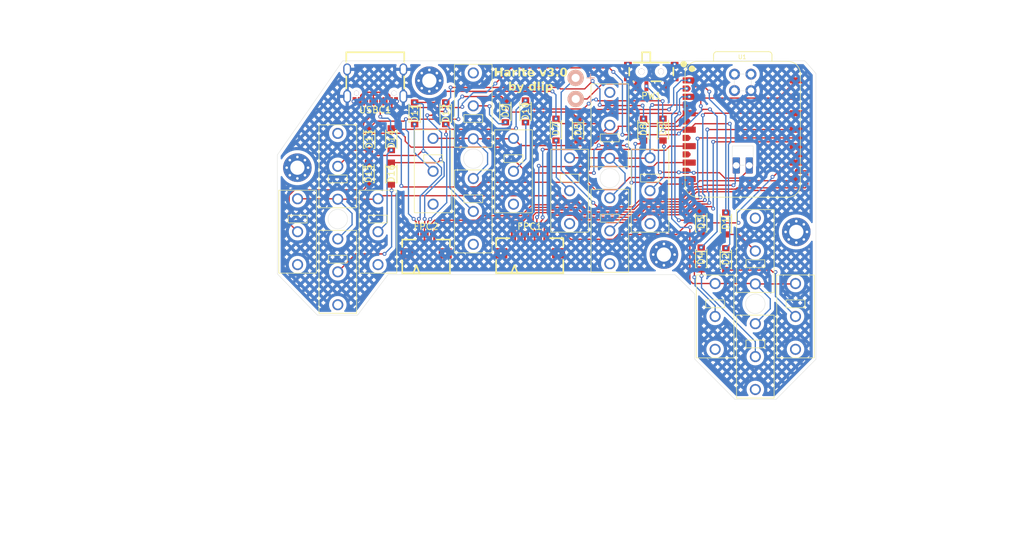
<source format=kicad_pcb>
(kicad_pcb (version 20241229) (generator "pcbnew") (generator_version "9.0")
  (layers (0 "F.Cu" signal) (2 "B.Cu" signal) (13 "F.Paste" user) (15 "B.Paste" user) (5 "F.SilkS" user "F.Silkscreen") (7 "B.SilkS" user "B.Silkscreen") (1 "F.Mask" user) (3 "B.Mask" user) (25 "Edge.Cuts" user))
  (net 0 "")
  (net 1 "BAT -")
  (net 2 "BAT +")
  (net 4 "5V")
  (net 7 "col1")
  (net 8 "row2")
  (net 9 "col5")
  (net 10 "col4")
  (net 11 "row3")
  (net 12 "row4")
  (net 13 "row1")
  (net 14 "col6")
  (net 15 "col2")
  (net 16 "col3")
  (net 17 "PSW")
  (net 18 "Net-(D2-A)")
  (net 19 "Net-(D3-A)")
  (net 20 "Net-(D1-A)")
  (net 21 "Net-(D5-A)")
  (net 22 "Net-(D6-A)")
  (net 23 "Net-(D8-A)")
  (net 24 "Net-(D9-A)")
  (net 25 "Net-(D10-A)")
  (net 26 "Net-(D12-A)")
  (net 27 "Net-(D13-A)")
  (net 28 "Net-(D14-A)")
  (net 29 "Net-(D16-A)")
  (net 30 "3V3")
  (net 31 "GND")
  (net 32 "MISO")
  (net 33 "MOSI")
  (net 34 "SCK")
  (net 35 "DR")
  (net 36 "SS")
  (net 37 "Net-(D4-A)")
  (net 38 "Net-(D7-A)")
  (net 39 "Net-(D11-A)")
  (net 40 "Net-(D15-A)")
  (net 49 "TX")
  (net 50 "RX")
  (footprint "easyeda2kicad:USB-C_SMD-TYPE-C-31-M-12" (layer "F.Cu") (at 70.33 25.519875 180)
    (property "Reference" "USBC1")
    (property "Value" "TYPE-C-31-M-12")
  )
  (footprint "easyeda2kicad:FPC-SMD_AFC01-S06FCC-00" (layer "F.Cu") (at 78.17 50.127375)
    (property "Reference" "FPC2")
    (property "Value" "AFC01-S06FCC-00")
  )
  (footprint "easyeda2kicad:SOD-123_L2.8-W1.8-LS3.7-RD-1" (layer "F.Cu") (at 98.2 32.359875 -90)
    (property "Reference" "D7")
    (property "Value" "1N4148W_C917030")
  )
  (footprint "easyeda2kicad:SOD-123_L2.8-W1.8-LS3.7-RD-1" (layer "F.Cu") (at 114.7 32.349875 -90)
    (property "Reference" "D6")
    (property "Value" "1N4148W_C917030")
  )
  (footprint "easyeda2kicad:SOD-123_L2.8-W1.8-LS3.7-RD-1" (layer "F.Cu") (at 111.7 32.359875 -90)
    (property "Reference" "D8")
    (property "Value" "1N4148W_C917030")
  )
  (footprint "easyeda2kicad:SOD-123_L2.8-W1.8-LS3.7-RD-1" (layer "F.Cu") (at 69.4 33.839875 -90)
    (property "Reference" "D13")
    (property "Value" "1N4148W_C917030")
  )
  (footprint "easyeda2kicad:SOD-123_L2.8-W1.8-LS3.7-RD-1" (layer "F.Cu") (at 81.2 29.839875 -90)
    (property "Reference" "D12")
    (property "Value" "1N4148W_C917030")
  )
  (footprint "easyeda2kicad:SOD-123_L2.8-W1.8-LS3.7-RD-1" (layer "F.Cu") (at 72.8 39.149875 -90)
    (property "Reference" "D16")
    (property "Value" "1N4148W_C917030")
  )
  (footprint "easyeda2kicad:SOD-123_L2.8-W1.8-LS3.7-RD-1" (layer "F.Cu") (at 69.3 39.149875 -90)
    (property "Reference" "D15")
    (property "Value" "1N4148W_C917030")
  )
  (footprint "easyeda2kicad:SOD-123_L2.8-W1.8-LS3.7-RD-1" (layer "F.Cu") (at 101.6 32.349875 -90)
    (property "Reference" "D5")
    (property "Value" "1N4148W_C917030")
  )
  (footprint "footprints:MountingHole_2.2mm_M2_Pad_Via" (layer "F.Cu") (at 78.666726 24.799875)
    (property "Reference" "H6")
    (property "Value" "MountingHole")
  )
  (footprint "easyeda2kicad:SOD-123_L2.8-W1.8-LS3.7-RD-1" (layer "F.Cu") (at 124.4 52.349875 -90)
    (property "Reference" "D2")
    (property "Value" "1N4148W_C917030")
  )
  (footprint "footprints:mouse-switch-cluster" (layer "F.Cu") (at 85.45 36.839875)
    (property "Reference" "SW3" (hide yes))
    (property "Value" "~")
    (fp_circle (center 0 0) (end 1.5 0) (stroke (width 0.05)) (fill no) (layer "Edge.Cuts"))
  )
  (footprint "easyeda2kicad:SOD-123_L2.8-W1.8-LS3.7-RD-1" (layer "F.Cu") (at 120.6 52.249875 -90)
    (property "Reference" "D4")
    (property "Value" "1N4148W_C917030")
  )
  (footprint "easyeda2kicad:FPC-SMD_AFC01-S12FCC-00" (layer "F.Cu") (at 94.15 50.109875)
    (property "Reference" "FPC1")
    (property "Value" "AFC01-S12FCC-00")
  )
  (footprint "easyeda2kicad:SOD-123_L2.8-W1.8-LS3.7-RD-1" (layer "F.Cu") (at 93.5 29.539875 -90)
    (property "Reference" "D10")
    (property "Value" "1N4148W_C917030")
  )
  (footprint "footprints:mouse-switch-cluster" (layer "F.Cu") (at 64.55 46.169875)
    (property "Reference" "SW4" (hide yes))
    (property "Value" "~")
    (fp_circle (center 0 0) (end 1.5 0) (stroke (width 0.05)) (fill no) (layer "Edge.Cuts"))
  )
  (footprint "easyeda2kicad:SOD-123_L2.8-W1.8-LS3.7-RD-1" (layer "F.Cu") (at 90.4 29.539875 -90)
    (property "Reference" "D9")
    (property "Value" "1N4148W_C917030")
  )
  (footprint "footprints:MountingHole_2.2mm_M2_Pad_Via" (layer "F.Cu") (at 135.266726 48.149875)
    (property "Reference" "H3")
    (property "Value" "MountingHole")
  )
  (footprint "easyeda2kicad:SOD-123_L2.8-W1.8-LS3.7-RD-1" (layer "F.Cu") (at 120.6 46.749875 -90)
    (property "Reference" "D3")
    (property "Value" "1N4148W_C917030")
  )
  (footprint "easyeda2kicad:SOD-123_L2.8-W1.8-LS3.7-RD-1" (layer "F.Cu") (at 124.4 46.849875 -90)
    (property "Reference" "D1")
    (property "Value" "1N4148W_C917030")
  )
  (footprint "footprints:mouse-switch-cluster" (layer "F.Cu") (at 106.5063 39.839875)
    (property "Reference" "SW2" (hide yes))
    (property "Value" "~")
    (fp_circle (center 0 0) (end 1.5 0) (stroke (width 0.05)) (fill no) (layer "Edge.Cuts"))
  )
  (footprint "footprints:mouse-switch-cluster" (layer "F.Cu") (at 128.95 59.249875)
    (property "Reference" "SW1" (hide yes))
    (property "Value" "~")
    (fp_circle (center 0 0) (end 1.5 0) (stroke (width 0.05)) (fill no) (layer "Edge.Cuts"))
  )
  (footprint "footprints:MountingHole_2.2mm_M2_Pad_Via" (layer "F.Cu") (at 114.85 51.649875)
    (property "Reference" "H4")
    (property "Value" "MountingHole")
  )
  (footprint "footprints:MountingHole_2.2mm_M2_Pad_Via" (layer "F.Cu") (at 58.316726 38.236601)
    (property "Reference" "H5")
    (property "Value" "MountingHole")
  )
  (footprint "easyeda2kicad:SOD-123_L2.8-W1.8-LS3.7-RD-1" (layer "F.Cu") (at 72.8 33.839875 -90)
    (property "Reference" "D14")
    (property "Value" "1N4148W_C917030")
  )
  (footprint "easyeda2kicad:SOD-123_L2.8-W1.8-LS3.7-RD-1" (layer "F.Cu") (at 76.4 29.849875 -90)
    (property "Reference" "D11")
    (property "Value" "1N4148W_C917030")
  )
  (footprint "footprints:XIAO-nRF52840-Plus-SMD" (layer "F.Cu") (at 127.005 32.372375 90)
    (property "Reference" "U1")
    (property "Value" "XIAO-ESP32-S3-Plus-SMD")
    (fp_rect (start -5.5 -1.6) (end -2.5 1.6) (stroke (width 0.05)) (fill no) (layer "Edge.Cuts"))
    (fp_rect (start 6 -1.3) (end 8.6 1.3) (stroke (width 0.05)) (fill no) (layer "Edge.Cuts"))
  )
  (footprint "easyeda2kicad:SW-TH_MSK12C02" (layer "F.Cu") (at 112.9 23.947375 180)
    (property "Reference" "PW1")
    (property "Value" "MSK12C02")
  )
  (footprint "footprints:BatteryPad" (layer "B.Cu") (at 101.25 27.624875 -90)
    (property "Reference" "H1" (hide yes))
    (property "Value" "-")
  )
  (footprint "footprints:BatteryPad" (layer "B.Cu") (at 101.23 24.374875 -90)
    (property "Reference" "H2" (hide yes))
    (property "Value" "+")
  )
  (gr_line (start 136.6 21.749875) (end 138.3 23.699875) (stroke (width 0.05)) (layer "Edge.Cuts"))
  (gr_line (start 55.24 36.249875) (end 55.24 54.649875) (stroke (width 0.05)) (layer "Edge.Cuts"))
  (gr_line (start 119.62 57.749875) (end 119.62 67.799875) (stroke (width 0.05)) (layer "Edge.Cuts"))
  (gr_line (start 67.6 60.999875) (end 72.29 54.749875) (stroke (width 0.05)) (layer "Edge.Cuts"))
  (gr_line (start 136.6 21.749875) (end 65.3 21.749875) (stroke (width 0.05)) (layer "Edge.Cuts"))
  (gr_line (start 55.24 36.249875) (end 65.3 21.749875) (stroke (width 0.05)) (layer "Edge.Cuts"))
  (gr_line (start 119.62 67.799875) (end 125.8 74) (stroke (width 0.05)) (layer "Edge.Cuts"))
  (gr_line (start 61.4 60.999875) (end 67.6 60.999875) (stroke (width 0.05)) (layer "Edge.Cuts"))
  (gr_line (start 55.24 54.652451) (end 61.4 60.999875) (stroke (width 0.05)) (layer "Edge.Cuts"))
  (gr_line (start 72.29 54.749875) (end 116.55 54.749875) (stroke (width 0.05)) (layer "Edge.Cuts"))
  (gr_line (start 132.15 73.999875) (end 125.8 74) (stroke (width 0.05)) (layer "Edge.Cuts"))
  (gr_line (start 116.55 54.749875) (end 119.62 57.749875) (stroke (width 0.05)) (layer "Edge.Cuts"))
  (gr_line (start 132.15 73.999875) (end 138.3 67.799875) (stroke (width 0.05)) (layer "Edge.Cuts"))
  (gr_line (start 138.3 67.799875) (end 138.3 23.699875) (stroke (width 0.05)) (layer "Edge.Cuts"))
  (gr_text "Harite v3.0\nby dlip" (at 94.3 26.549875 0) (layer "F.SilkS") (effects (font (size 1.3 1.3) (thickness 0.15) (bold yes)) (justify bottom)))
  (segment (start 126.634512 39.849875) (end 128.011012 38.473375) (width 0.2) (layer "F.Cu") (net 1))
  (segment (start 119.45 39.017375) (end 123.4175 39.017375) (width 0.2) (layer "F.Cu") (net 1))
  (segment (start 123.4175 39.017375) (end 124.25 39.849875) (width 0.2) (layer "F.Cu") (net 1))
  (segment (start 114.25 38.949875) (end 117.149 38.949875) (width 0.2) (layer "F.Cu") (net 1))
  (segment (start 124.25 39.849875) (end 126.634512 39.849875) (width 0.2) (layer "F.Cu") (net 1))
  (via (at 112.15 25.647375) (size 0.6) (drill 0.3) (layers "F.Cu" "B.Cu") (net 1))
  (via (at 119.45 39.017375) (size 0.6) (drill 0.3) (layers "F.Cu" "B.Cu") (net 1))
  (via (at 117.149 38.949875) (size 0.6) (drill 0.3) (layers "F.Cu" "B.Cu") (net 1))
  (via (at 114.25 38.949875) (size 0.6) (drill 0.3) (layers "F.Cu" "B.Cu") (net 1))
  (segment (start 119.3825 38.949875) (end 119.45 39.017375) (width 0.2) (layer "B.Cu") (net 1))
  (segment (start 114.0073 27.504675) (end 114.0073 38.707175) (width 0.2) (layer "B.Cu") (net 1))
  (segment (start 117.149 38.949875) (end 119.3825 38.949875) (width 0.2) (layer "B.Cu") (net 1))
  (segment (start 114.0073 38.707175) (end 114.25 38.949875) (width 0.2) (layer "B.Cu") (net 1))
  (segment (start 112.15 25.647375) (end 114.0073 27.504675) (width 0.2) (layer "B.Cu") (net 1))
  (segment (start 110.050808 44.282875) (end 111.242808 43.090875) (width 0.2) (layer "F.Cu") (net 2))
  (segment (start 104.583 44.282875) (end 110.050808 44.282875) (width 0.2) (layer "F.Cu") (net 2))
  (segment (start 111.242808 43.090875) (end 117.678599 43.090875) (width 0.2) (layer "F.Cu") (net 2))
  (segment (start 120.734432 41.169375) (end 120.954932 40.948875) (width 0.2) (layer "F.Cu") (net 2))
  (segment (start 119.600099 41.169375) (end 120.734432 41.169375) (width 0.2) (layer "F.Cu") (net 2))
  (segment (start 120.954932 40.948875) (end 125.574997 40.948875) (width 0.2) (layer "F.Cu") (net 2))
  (segment (start 103.95 43.649875) (end 104.583 44.282875) (width 0.2) (layer "F.Cu") (net 2))
  (segment (start 117.678599 43.090875) (end 119.600099 41.169375) (width 0.2) (layer "F.Cu") (net 2))
  (via (at 103.95 43.649875) (size 0.6) (drill 0.3) (layers "F.Cu" "B.Cu") (net 2))
  (via (at 125.574997 40.948875) (size 0.6) (drill 0.3) (layers "F.Cu" "B.Cu") (net 2))
  (segment (start 125.85 40.673872) (end 125.85 38.473375) (width 0.2) (layer "B.Cu") (net 2))
  (segment (start 101.23 24.374875) (end 99.0053 26.599575) (width 0.2) (layer "B.Cu") (net 2))
  (segment (start 103.85 43.493683) (end 103.85 43.549875) (width 0.2) (layer "B.Cu") (net 2))
  (segment (start 125.85 38.473375) (end 126.011012 38.473375) (width 0.2) (layer "B.Cu") (net 2))
  (segment (start 99.0053 38.648983) (end 103.85 43.493683) (width 0.2) (layer "B.Cu") (net 2))
  (segment (start 125.574997 40.948875) (end 125.85 40.673872) (width 0.2) (layer "B.Cu") (net 2))
  (segment (start 103.85 43.549875) (end 103.95 43.649875) (width 0.2) (layer "B.Cu") (net 2))
  (segment (start 99.0053 26.599575) (end 99.0053 38.648983) (width 0.2) (layer "B.Cu") (net 2))
  (segment (start 88.85 25.249875) (end 91.276 22.823875) (width 0.2) (layer "F.Cu") (net 4))
  (segment (start 72.092 26.599875) (end 72.58 27.087875) (width 0.2) (layer "F.Cu") (net 4))
  (segment (start 68.08 27.087875) (end 68.568 26.599875) (width 0.2) (layer "F.Cu") (net 4))
  (segment (start 117.15 32.972375) (end 116.9725 33.149875) (width 0.2) (layer "F.Cu") (net 4))
  (segment (start 106.424 22.823875) (end 107.05 23.449875) (width 0.2) (layer "F.Cu") (net 4))
  (segment (start 72.938 28.949875) (end 72.88 28.891875) (width 0.2) (layer "F.Cu") (net 4))
  (segment (start 68.568 26.599875) (end 72.092 26.599875) (width 0.2) (layer "F.Cu") (net 4))
  (segment (start 68.08 27.989875) (end 68.08 27.087875) (width 0.2) (layer "F.Cu") (net 4))
  (segment (start 116.9725 33.149875) (end 108.45 33.149875) (width 0.2) (layer "F.Cu") (net 4))
  (segment (start 120.691 27.490875) (end 132.5215 27.490875) (width 0.2) (layer "F.Cu") (net 4))
  (segment (start 120.539048 27.642827) (end 120.691 27.490875) (width 0.2) (layer "F.Cu") (net 4))
  (segment (start 83.75 28.849875) (end 83.65 28.949875) (width 0.2) (layer "F.Cu") (net 4))
  (segment (start 120.539048 28.730259) (end 120.539048 27.642827) (width 0.2) (layer "F.Cu") (net 4))
  (segment (start 91.276 22.823875) (end 106.424 22.823875) (width 0.2) (layer "F.Cu") (net 4))
  (segment (start 72.88 28.891875) (end 72.88 27.989875) (width 0.2) (layer "F.Cu") (net 4))
  (segment (start 132.5215 27.490875) (end 135.26 24.752375) (width 0.2) (layer "F.Cu") (net 4))
  (segment (start 83.65 28.949875) (end 72.938 28.949875) (width 0.2) (layer "F.Cu") (net 4))
  (segment (start 72.58 27.087875) (end 72.58 27.989875) (width 0.2) (layer "F.Cu") (net 4))
  (via (at 120.539048 28.730259) (size 0.6) (drill 0.3) (layers "F.Cu" "B.Cu") (net 4))
  (via (at 88.85 25.249875) (size 0.6) (drill 0.3) (layers "F.Cu" "B.Cu") (net 4))
  (via (at 108.45 33.149875) (size 0.6) (drill 0.3) (layers "F.Cu" "B.Cu") (net 4))
  (via (at 117.15 32.972375) (size 0.6) (drill 0.3) (layers "F.Cu" "B.Cu") (net 4))
  (via (at 107.05 23.449875) (size 0.6) (drill 0.3) (layers "F.Cu" "B.Cu") (net 4))
  (via (at 83.75 28.849875) (size 0.6) (drill 0.3) (layers "F.Cu" "B.Cu") (net 4))
  (segment (start 88.85 25.249875) (end 87.45 26.649875) (width 0.2) (layer "B.Cu") (net 4))
  (segment (start 108.45 24.849875) (end 107.05 23.449875) (width 0.2) (layer "B.Cu") (net 4))
  (segment (start 120.65 28.841211) (end 120.65 29.472375) (width 0.2) (layer "B.Cu") (net 4))
  (segment (start 85.45 26.649875) (end 83.75 28.349875) (width 0.2) (layer "B.Cu") (net 4))
  (segment (start 108.45 33.149875) (end 108.45 24.849875) (width 0.2) (layer "B.Cu") (net 4))
  (segment (start 87.45 26.649875) (end 85.45 26.649875) (width 0.2) (layer "B.Cu") (net 4))
  (segment (start 83.75 28.349875) (end 83.75 28.849875) (width 0.2) (layer "B.Cu") (net 4))
  (segment (start 120.65 29.472375) (end 117.15 32.972375) (width 0.2) (layer "B.Cu") (net 4))
  (segment (start 120.539048 28.730259) (end 120.65 28.841211) (width 0.2) (layer "B.Cu") (net 4))
  (segment (start 119.32 56.119875) (end 122.75 56.119875) (width 0.2) (layer "F.Cu") (net 7))
  (segment (start 128.89 56.119875) (end 128.95 56.179875) (width 0.2) (layer "F.Cu") (net 7))
  (segment (start 118.9 47.449875) (end 118.85 47.499875) (width 0.2) (layer "F.Cu") (net 7))
  (segment (start 122.75 56.119875) (end 128.89 56.119875) (width 0.2) (layer "F.Cu") (net 7))
  (segment (start 118.85 55.649875) (end 119.32 56.119875) (width 0.2) (layer "F.Cu") (net 7))
  (segment (start 118.85 47.499875) (end 118.85 55.649875) (width 0.2) (layer "F.Cu") (net 7))
  (segment (start 128.95 56.179875) (end 135.09 56.179875) (width 0.2) (layer "F.Cu") (net 7))
  (segment (start 135.09 56.179875) (end 135.15 56.119875) (width 0.2) (layer "F.Cu") (net 7))
  (via (at 118.35 26.022375) (size 0.6) (drill 0.3) (layers "F.Cu" "B.Cu") (net 7))
  (via (at 118.9 47.449875) (size 0.6) (drill 0.3) (layers "F.Cu" "B.Cu") (net 7))
  (segment (start 118.9 47.449875) (end 117.4 47.449875) (width 0.2) (layer "B.Cu") (net 7))
  (segment (start 117.4775 26.022375) (end 118.35 26.022375) (width 0.2) (layer "B.Cu") (net 7))
  (segment (start 117.4 47.449875) (end 116.05 46.099875) (width 0.2) (layer "B.Cu") (net 7))
  (segment (start 128.95 56.179875) (end 131.25 58.479875) (width 0.2) (layer "B.Cu") (net 7))
  (segment (start 116.849 26.650875) (end 117.4775 26.022375) (width 0.2) (layer "B.Cu") (net 7))
  (segment (start 131.25 60.019875) (end 128.95 62.319875) (width 0.2) (layer "B.Cu") (net 7))
  (segment (start 131.25 58.479875) (end 131.25 60.019875) (width 0.2) (layer "B.Cu") (net 7))
  (segment (start 116.849 29.283775) (end 116.849 26.650875) (width 0.2) (layer "B.Cu") (net 7))
  (segment (start 116.05 30.082775) (end 116.849 29.283775) (width 0.2) (layer "B.Cu") (net 7))
  (segment (start 116.05 46.099875) (end 116.05 30.082775) (width 0.2) (layer "B.Cu") (net 7))
  (segment (start 119.74 45.059875) (end 118.45 46.349875) (width 0.2) (layer "F.Cu") (net 8))
  (segment (start 77.05 46.849875) (end 77.42 47.219875) (width 0.2) (layer "F.Cu") (net 8))
  (segment (start 77.529 35.670875) (end 76.849 36.350875) (width 0.2) (layer "F.Cu") (net 8))
  (segment (start 104.664 31.435875) (end 98.966 31.435875) (width 0.2) (layer "F.Cu") (net 8))
  (segment (start 77.42 47.219875) (end 77.42 48.787375) (width 0.2) (layer "F.Cu") (net 8))
  (segment (start 79.538 28.159875) (end 81.248 26.449875) (width 0.2) (layer "F.Cu") (net 8))
  (segment (start 106.25 29.849875) (end 104.664 31.435875) (width 0.2) (layer "F.Cu") (net 8))
  (segment (start 117.234 29.849875) (end 106.25 29.849875) (width 0.2) (layer "F.Cu") (net 8))
  (segment (start 77.75 35.670875) (end 77.529 35.670875) (width 0.2) (layer "F.Cu") (net 8))
  (segment (start 76.849 36.350875) (end 70.409 36.350875) (width 0.2) (layer "F.Cu") (net 8))
  (segment (start 76.59 28.349875) (end 76.4 28.159875) (width 0.2) (layer "F.Cu") (net 8))
  (segment (start 77.05 46.149875) (end 77.05 46.849875) (width 0.2) (layer "F.Cu") (net 8))
  (segment (start 70.409 36.350875) (end 69.3 37.459875) (width 0.2) (layer "F.Cu") (net 8))
  (segment (start 98.966 31.435875) (end 98.2 30.669875) (width 0.2) (layer "F.Cu") (net 8))
  (segment (start 118.45 46.349875) (end 117.15 46.349875) (width 0.2) (layer "F.Cu") (net 8))
  (segment (start 81.248 26.449875) (end 97.65 26.449875) (width 0.2) (layer "F.Cu") (net 8))
  (segment (start 76.4 28.159875) (end 79.538 28.159875) (width 0.2) (layer "F.Cu") (net 8))
  (segment (start 120.6 45.059875) (end 119.74 45.059875) (width 0.2) (layer "F.Cu") (net 8))
  (via (at 98.2 30.669875) (size 0.6) (drill 0.3) (layers "F.Cu" "B.Cu") (net 8))
  (via (at 77.05 46.149875) (size 0.6) (drill 0.3) (layers "F.Cu" "B.Cu") (net 8))
  (via (at 117.234 29.849875) (size 0.6) (drill 0.3) (layers "F.Cu" "B.Cu") (net 8))
  (via (at 76.4 28.159875) (size 0.6) (drill 0.3) (layers "F.Cu" "B.Cu") (net 8))
  (via (at 118.75 27.292375) (size 0.6) (drill 0.3) (layers "F.Cu" "B.Cu") (net 8))
  (via (at 77.75 35.670875) (size 0.6) (drill 0.3) (layers "F.Cu" "B.Cu") (net 8))
  (via (at 117.15 46.349875) (size 0.6) (drill 0.3) (layers "F.Cu" "B.Cu") (net 8))
  (via (at 97.65 26.449875) (size 0.6) (drill 0.3) (layers "F.Cu" "B.Cu") (net 8))
  (segment (start 80.551 39.328767) (end 77.25 42.629767) (width 0.2) (layer "B.Cu") (net 8))
  (segment (start 117.234 29.849875) (end 117.234 29.465875) (width 0.2) (layer "B.Cu") (net 8))
  (segment (start 117.6075 27.292375) (end 118.75 27.292375) (width 0.2) (layer "B.Cu") (net 8))
  (segment (start 78.149892 35.849875) (end 80.551 38.250983) (width 0.2) (layer "B.Cu") (net 8))
  (segment (start 77.25 45.949875) (end 77.05 46.149875) (width 0.2) (layer "B.Cu") (net 8))
  (segment (start 77.75 35.670875) (end 77.929 35.849875) (width 0.2) (layer "B.Cu") (net 8))
  (segment (start 117.25 27.649875) (end 117.6075 27.292375) (width 0.2) (layer "B.Cu") (net 8))
  (segment (start 77.25 42.629767) (end 77.25 45.949875) (width 0.2) (layer "B.Cu") (net 8))
  (segment (start 116.549 30.534875) (end 116.549 45.748875) (width 0.2) (layer "B.Cu") (net 8))
  (segment (start 80.551 38.250983) (end 80.551 39.328767) (width 0.2) (layer "B.Cu") (net 8))
  (segment (start 77.75 35.670875) (end 77.75 28.549875) (width 0.2) (layer "B.Cu") (net 8))
  (segment (start 117.234 29.465875) (end 117.25 29.449875) (width 0.2) (layer "B.Cu") (net 8))
  (segment (start 76.59 28.349875) (end 76.4 28.159875) (width 0.2) (layer "B.Cu") (net 8))
  (segment (start 77.75 28.549875) (end 77.55 28.349875) (width 0.2) (layer "B.Cu") (net 8))
  (segment (start 77.929 35.849875) (end 78.149892 35.849875) (width 0.2) (layer "B.Cu") (net 8))
  (segment (start 98.2 26.999875) (end 98.2 30.669875) (width 0.2) (layer "B.Cu") (net 8))
  (segment (start 117.234 29.849875) (end 116.549 30.534875) (width 0.2) (layer "B.Cu") (net 8))
  (segment (start 117.25 29.449875) (end 117.25 27.649875) (width 0.2) (layer "B.Cu") (net 8))
  (segment (start 97.65 26.449875) (end 98.2 26.999875) (width 0.2) (layer "B.Cu") (net 8))
  (segment (start 116.549 45.748875) (end 117.15 46.349875) (width 0.2) (layer "B.Cu") (net 8))
  (segment (start 77.55 28.349875) (end 76.59 28.349875) (width 0.2) (layer "B.Cu") (net 8))
  (segment (start 94.543805 43.964875) (end 101.509592 43.964875) (width 0.2) (layer "F.Cu") (net 9))
  (segment (start 91.0168 45.647875) (end 92.860805 45.647875) (width 0.2) (layer "F.Cu") (net 9))
  (segment (start 85.930892 46.348875) (end 86.629892 45.649875) (width 0.2) (layer "F.Cu") (net 9))
  (segment (start 78.92 48.787375) (end 78.92 46.912775) (width 0.2) (layer "F.Cu") (net 9))
  (segment (start 92.860805 45.647875) (end 94.543805 43.964875) (width 0.2) (layer "F.Cu") (net 9))
  (segment (start 102.629592 45.084875) (end 110.383008 45.084875) (width 0.2) (layer "F.Cu") (net 9))
  (segment (start 121.066632 41.971375) (end 121.088132 41.949875) (width 0.2) (layer "F.Cu") (net 9))
  (segment (start 137.451 41.115975) (end 137.451 37.357375) (width 0.2) (layer "F.Cu") (net 9))
  (segment (start 137.451 37.357375) (end 136.276 36.182375) (width 0.2) (layer "F.Cu") (net 9))
  (segment (start 126.115625 41.949875) (end 126.314625 41.750875) (width 0.2) (layer "F.Cu") (net 9))
  (segment (start 101.509592 43.964875) (end 102.629592 45.084875) (width 0.2) (layer "F.Cu") (net 9))
  (segment (start 110.383008 45.084875) (end 111.575008 43.892875) (width 0.2) (layer "F.Cu") (net 9))
  (segment (start 125.99104 41.949875) (end 126.115625 41.949875) (width 0.2) (layer "F.Cu") (net 9))
  (segment (start 111.575008 43.892875) (end 118.010799 43.892875) (width 0.2) (layer "F.Cu") (net 9))
  (segment (start 125.159954 41.950875) (end 125.99004 41.950875) (width 0.2) (layer "F.Cu") (net 9))
  (segment (start 91.0148 45.649875) (end 91.0168 45.647875) (width 0.2) (layer "F.Cu") (net 9))
  (segment (start 121.088132 41.949875) (end 125.158954 41.949875) (width 0.2) (layer "F.Cu") (net 9))
  (segment (start 125.158954 41.949875) (end 125.159954 41.950875) (width 0.2) (layer "F.Cu") (net 9))
  (segment (start 125.99004 41.950875) (end 125.99104 41.949875) (width 0.2) (layer "F.Cu") (net 9))
  (segment (start 118.010799 43.892875) (end 119.932299 41.971375) (width 0.2) (layer "F.Cu") (net 9))
  (segment (start 119.932299 41.971375) (end 121.066632 41.971375) (width 0.2) (layer "F.Cu") (net 9))
  (segment (start 136.276 36.182375) (end 135.66 36.182375) (width 0.2) (layer "F.Cu") (net 9))
  (segment (start 126.314625 41.750875) (end 136.8161 41.750875) (width 0.2) (layer "F.Cu") (net 9))
  (segment (start 86.629892 45.649875) (end 91.0148 45.649875) (width 0.2) (layer "F.Cu") (net 9))
  (segment (start 136.8161 41.750875) (end 137.451 41.115975) (width 0.2) (layer "F.Cu") (net 9))
  (segment (start 79.4839 46.348875) (end 85.930892 46.348875) (width 0.2) (layer "F.Cu") (net 9))
  (segment (start 78.92 46.912775) (end 79.4839 46.348875) (width 0.2) (layer "F.Cu") (net 9))
  (segment (start 120.922032 41.548875) (end 125.325054 41.548875) (width 0.2) (layer "F.Cu") (net 10))
  (segment (start 64.55 43.099875) (end 70.69 43.099875) (width 0.2) (layer "F.Cu") (net 10))
  (segment (start 70.69 43.099875) (end 70.75 43.039875) (width 0.2) (layer "F.Cu") (net 10))
  (segment (start 101.675692 43.563875) (end 102.795692 44.683875) (width 0.2) (layer "F.Cu") (net 10))
  (segment (start 110.216908 44.683875) (end 111.408908 43.491875) (width 0.2) (layer "F.Cu") (net 10))
  (segment (start 125.949525 41.548875) (end 126.148525 41.349875) (width 0.2) (layer "F.Cu") (net 10))
  (segment (start 100.240408 43.563875) (end 101.675692 43.563875) (width 0.2) (layer "F.Cu") (net 10))
  (segment (start 70.75 43.039875) (end 71.221 42.568875) (width 0.2) (layer "F.Cu") (net 10))
  (segment (start 111.408908 43.491875) (end 117.844699 43.491875) (width 0.2) (layer "F.Cu") (net 10))
  (segment (start 71.221 42.568875) (end 99.245408 42.568875) (width 0.2) (layer "F.Cu") (net 10))
  (segment (start 125.326054 41.549875) (end 125.82394 41.549875) (width 0.2) (layer "F.Cu") (net 10))
  (segment (start 125.82394 41.549875) (end 125.82494 41.548875) (width 0.2) (layer "F.Cu") (net 10))
  (segment (start 136.65 41.349875) (end 137.05 40.949875) (width 0.2) (layer "F.Cu") (net 10))
  (segment (start 119.766199 41.570375) (end 120.900532 41.570375) (width 0.2) (layer "F.Cu") (net 10))
  (segment (start 102.795692 44.683875) (end 110.216908 44.683875) (width 0.2) (layer "F.Cu") (net 10))
  (segment (start 125.325054 41.548875) (end 125.326054 41.549875) (width 0.2) (layer "F.Cu") (net 10))
  (segment (start 99.245408 42.568875) (end 100.240408 43.563875) (width 0.2) (layer "F.Cu") (net 10))
  (segment (start 125.82494 41.548875) (end 125.949525 41.548875) (width 0.2) (layer "F.Cu") (net 10))
  (segment (start 137.05 38.849875) (end 136.9225 38.722375) (width 0.2) (layer "F.Cu") (net 10))
  (segment (start 126.148525 41.349875) (end 136.65 41.349875) (width 0.2) (layer "F.Cu") (net 10))
  (segment (start 117.844699 43.491875) (end 119.766199 41.570375) (width 0.2) (layer "F.Cu") (net 10))
  (segment (start 58.35 43.039875) (end 64.49 43.039875) (width 0.2) (layer "F.Cu") (net 10))
  (segment (start 120.900532 41.570375) (end 120.922032 41.548875) (width 0.2) (layer "F.Cu") (net 10))
  (segment (start 136.9225 38.722375) (end 135.66 38.722375) (width 0.2) (layer "F.Cu") (net 10))
  (segment (start 137.05 40.949875) (end 137.05 38.849875) (width 0.2) (layer "F.Cu") (net 10))
  (segment (start 64.49 43.039875) (end 64.55 43.099875) (width 0.2) (layer "F.Cu") (net 10))
  (segment (start 66.75 45.299875) (end 66.75 47.039875) (width 0.2) (layer "B.Cu") (net 10))
  (segment (start 64.55 43.099875) (end 66.75 45.299875) (width 0.2) (layer "B.Cu") (net 10))
  (segment (start 66.75 47.039875) (end 64.55 49.239875) (width 0.2) (layer "B.Cu") (net 10))
  (segment (start 77.949 46.960476) (end 77.92 46.989476) (width 0.2) (layer "F.Cu") (net 11))
  (segment (start 77.949 46.149875) (end 77.949 46.960476) (width 0.2) (layer "F.Cu") (net 11))
  (segment (start 81.15 29.549875) (end 79.65 29.549875) (width 0.2) (layer "F.Cu") (net 11))
  (segment (start 120.8675 29.232375) (end 120.2675 29.832375) (width 0.2) (layer "F.Cu") (net 11))
  (segment (start 102.626 26.073875) (end 98.875943 26.073875) (width 0.2) (layer "F.Cu") (net 11))
  (segment (start 116.484943 31.448875) (end 112.479 31.448875) (width 0.2) (layer "F.Cu") (net 11))
  (segment (start 120.2675 29.832375) (end 118.75 29.832375) (width 0.2) (layer "F.Cu") (net 11))
  (segment (start 121.95 29.232375) (end 120.8675 29.232375) (width 0.2) (layer "F.Cu") (net 11))
  (segment (start 79.65 29.549875) (end 79.05 30.149875) (width 0.2) (layer "F.Cu") (net 11))
  (segment (start 98.651943 25.849875) (end 81.95 25.849875) (width 0.2) (layer "F.Cu") (net 11))
  (segment (start 77.92 46.989476) (end 77.92 48.787375) (width 0.2) (layer "F.Cu") (net 11))
  (segment (start 118.75 29.832375) (end 118.101443 29.832375) (width 0.2) (layer "F.Cu") (net 11))
  (segment (start 111.55 28.649875) (end 105.05 28.649875) (width 0.2) (layer "F.Cu") (net 11))
  (segment (start 105.05 28.649875) (end 104.95 28.549875) (width 0.2) (layer "F.Cu") (net 11))
  (segment (start 80.45 36.949875) (end 79.94 37.459875) (width 0.2) (layer "F.Cu") (net 11))
  (segment (start 112.479 31.448875) (end 111.7 30.669875) (width 0.2) (layer "F.Cu") (net 11))
  (segment (start 118.101443 29.832375) (end 116.484943 31.448875) (width 0.2) (layer "F.Cu") (net 11))
  (segment (start 103.85 24.849875) (end 102.626 26.073875) (width 0.2) (layer "F.Cu") (net 11))
  (segment (start 79.94 37.459875) (end 72.8 37.459875) (width 0.2) (layer "F.Cu") (net 11))
  (segment (start 79.05 30.149875) (end 78.35 30.149875) (width 0.2) (layer "F.Cu") (net 11))
  (segment (start 98.875943 26.073875) (end 98.651943 25.849875) (width 0.2) (layer "F.Cu") (net 11))
  (via (at 120.6 50.559875) (size 0.6) (drill 0.3) (layers "F.Cu" "B.Cu") (net 11))
  (via (at 111.7 30.669875) (size 0.6) (drill 0.3) (layers "F.Cu" "B.Cu") (net 11))
  (via (at 78.35 30.149875) (size 0.6) (drill 0.3) (layers "F.Cu" "B.Cu") (net 11))
  (via (at 81.95 25.849875) (size 0.6) (drill 0.3) (layers "F.Cu" "B.Cu") (net 11))
  (via (at 77.949 46.149875) (size 0.6) (drill 0.3) (layers "F.Cu" "B.Cu") (net 11))
  (via (at 80.45 36.949875) (size 0.6) (drill 0.3) (layers "F.Cu" "B.Cu") (net 11))
  (via (at 121.95 29.232375) (size 0.6) (drill 0.3) (layers "F.Cu" "B.Cu") (net 11))
  (via (at 111.55 28.649875) (size 0.6) (drill 0.3) (layers "F.Cu" "B.Cu") (net 11))
  (via (at 103.85 24.849875) (size 0.6) (drill 0.3) (layers "F.Cu" "B.Cu") (net 11))
  (via (at 81.15 29.549875) (size 0.6) (drill 0.3) (layers "F.Cu" "B.Cu") (net 11))
  (via (at 81.2 28.149875) (size 0.6) (drill 0.3) (layers "F.Cu" "B.Cu") (net 11))
  (via (at 104.95 28.549875) (size 0.6) (drill 0.3) (layers "F.Cu" "B.Cu") (net 11))
  (segment (start 78.35 30.649875) (end 80.551 32.850875) (width 0.2) (layer "B.Cu") (net 11))
  (segment (start 80.551 32.850875) (end 80.551 36.848875) (width 0.2) (layer "B.Cu") (net 11))
  (segment (start 81.95 25.849875) (end 81.95 27.399875) (width 0.2) (layer "B.Cu") (net 11))
  (segment (start 123.051 30.333375) (end 121.95 29.232375) (width 0.2) (layer "B.Cu") (net 11))
  (segment (start 103.85 24.849875) (end 103.85 24.949875) (width 0.2) (layer "B.Cu") (net 11))
  (segment (start 77.949 42.550875) (end 80.952 39.547875) (width 0.2) (layer "B.Cu") (net 11))
  (segment (start 104.984488 28.515387) (end 104.95 28.549875) (width 0.2) (layer "B.Cu") (net 11))
  (segment (start 78.35 30.149875) (end 78.35 30.649875) (width 0.2) (layer "B.Cu") (net 11))
  (segment (start 111.7 30.669875) (end 111.7 28.799875) (width 0.2) (layer "B.Cu") (net 11))
  (segment (start 111.7 28.799875) (end 111.55 28.649875) (width 0.2) (layer "B.Cu") (net 11))
  (segment (start 80.551 36.848875) (end 80.45 36.949875) (width 0.2) (layer "B.Cu") (net 11))
  (segment (start 80.952 37.451875) (end 80.45 36.949875) (width 0.2) (layer "B.Cu") (net 11))
  (segment (start 103.85 24.949875) (end 104.984488 26.084363) (width 0.2) (layer "B.Cu") (net 11))
  (segment (start 104.984488 26.084363) (end 104.984488 28.515387) (width 0.2) (layer "B.Cu") (net 11))
  (segment (start 80.952 39.547875) (end 80.952 37.451875) (width 0.2) (layer "B.Cu") (net 11))
  (segment (start 120.6 50.559875) (end 123.051 48.108875) (width 0.2) (layer "B.Cu") (net 11))
  (segment (start 81.15 28.199875) (end 81.2 28.149875) (width 0.2) (layer "B.Cu") (net 11))
  (segment (start 81.15 29.549875) (end 81.15 28.199875) (width 0.2) (layer "B.Cu") (net 11))
  (segment (start 80.599 36.800875) (end 80.45 36.949875) (width 0.2) (layer "B.Cu") (net 11))
  (segment (start 123.051 48.108875) (end 123.051 30.333375) (width 0.2) (layer "B.Cu") (net 11))
  (segment (start 81.95 27.399875) (end 81.2 28.149875) (width 0.2) (layer "B.Cu") (net 11))
  (segment (start 77.949 46.149875) (end 77.949 42.550875) (width 0.2) (layer "B.Cu") (net 11))
  (segment (start 119.6725 31.449875) (end 118.75 32.372375) (width 0.2) (layer "F.Cu") (net 12))
  (segment (start 125 31.449875) (end 124.85 31.599875) (width 0.2) (layer "F.Cu") (net 12))
  (segment (start 114.5985 27.910875) (end 104.577976 27.910875) (width 0.2) (layer "F.Cu") (net 12))
  (segment (start 81.25 33.109875) (end 81.25 32.315875) (width 0.2) (layer "F.Cu") (net 12))
  (segment (start 114.65 27.962375) (end 114.5985 27.910875) (width 0.2) (layer "F.Cu") (net 12))
  (segment (start 94.826 29.175875) (end 93.5 27.849875) (width 0.2) (layer "F.Cu") (net 12))
  (segment (start 92.05 32.149875) (end 91.884 32.315875) (width 0.2) (layer "F.Cu") (net 12))
  (segment (start 91.884 32.315875) (end 81.25 32.315875) (width 0.2) (layer "F.Cu") (net 12))
  (segment (start 78.42 46.564245) (end 78.795982 46.188263) (width 0.2) (layer "F.Cu") (net 12))
  (segment (start 103.25 28.349875) (end 102.424 29.175875) (width 0.2) (layer "F.Cu") (net 12))
  (segment (start 72.966 32.315875) (end 72.8 32.149875) (width 0.2) (layer "F.Cu") (net 12))
  (segment (start 125 31.449875) (end 119.6725 31.449875) (width 0.2) (layer "F.Cu") (net 12))
  (segment (start 81.25 32.315875) (end 72.966 32.315875) (width 0.2) (layer "F.Cu") (net 12))
  (segment (start 114.8275 32.372375) (end 114.75 32.449875) (width 0.2) (layer "F.Cu") (net 12))
  (segment (start 78.42 48.787375) (end 78.42 46.564245) (width 0.2) (layer "F.Cu") (net 12))
  (segment (start 102.424 29.175875) (end 94.826 29.175875) (width 0.2) (layer "F.Cu") (net 12))
  (segment (start 118.75 32.372375) (end 114.8275 32.372375) (width 0.2) (layer "F.Cu") (net 12))
  (segment (start 104.577976 27.910875) (end 104.383488 27.716387) (width 0.2) (layer "F.Cu") (net 12))
  (via (at 93.5 27.849875) (size 0.6) (drill 0.3) (layers "F.Cu" "B.Cu") (net 12))
  (via (at 114.65 27.962375) (size 0.6) (drill 0.3) (layers "F.Cu" "B.Cu") (net 12))
  (via (at 114.75 32.449875) (size 0.6) (drill 0.3) (layers "F.Cu" "B.Cu") (net 12))
  (via (at 125 31.449875) (size 0.6) (drill 0.3) (layers "F.Cu" "B.Cu") (net 12))
  (via (at 92.05 32.149875) (size 0.6) (drill 0.3) (layers "F.Cu" "B.Cu") (net 12))
  (via (at 78.795982 46.188263) (size 0.6) (drill 0.3) (layers "F.Cu" "B.Cu") (net 12))
  (via (at 104.383488 27.716387) (size 0.6) (drill 0.3) (layers "F.Cu" "B.Cu") (net 12))
  (via (at 124.4 50.659875) (size 0.6) (drill 0.3) (layers "F.Cu" "B.Cu") (net 12))
  (via (at 81.25 33.109875) (size 0.6) (drill 0.3) (layers "F.Cu" "B.Cu") (net 12))
  (via (at 114.7 30.659875) (size 0.6) (drill 0.3) (layers "F.Cu" "B.Cu") (net 12))
  (via (at 103.25 28.349875) (size 0.6) (drill 0.3) (layers "F.Cu" "B.Cu") (net 12))
  (segment (start 125.001 44.910932) (end 124.804 44.713932) (width 0.2) (layer "B.Cu") (net 12))
  (segment (start 124.804 44.713932) (end 124.804 34.623433) (width 0.2) (layer "B.Cu") (net 12))
  (segment (start 125.001 50.058875) (end 125.001 44.910932) (width 0.2) (layer "B.Cu") (net 12))
  (segment (start 124.4 50.659875) (end 125.001 50.058875) (width 0.2) (layer "B.Cu") (net 12))
  (segment (start 125.15 34.277433) (end 125.15 31.599875) (width 0.2) (layer "B.Cu") (net 12))
  (segment (start 114.65 30.609875) (end 114.65 27.962375) (width 0.2) (layer "B.Cu") (net 12))
  (segment (start 103.883488 27.716387) (end 103.25 28.349875) (width 0.2) (layer "B.Cu") (net 12))
  (segment (start 92.05 29.299875) (end 92.05 32.149875) (width 0.2) (layer "B.Cu") (net 12))
  (segment (start 81.25 33.109875) (end 81.353 33.212875) (width 0.2) (layer "B.Cu") (net 12))
  (segment (start 124.804 34.623433) (end 125.15 34.277433) (width 0.2) (layer "B.Cu") (net 12))
  (segment (start 93.5 27.849875) (end 92.05 29.299875) (width 0.2) (layer "B.Cu") (net 12))
  (segment (start 114.7 30.659875) (end 114.65 30.609875) (width 0.2) (layer "B.Cu") (net 12))
  (segment (start 81.353 33.212875) (end 81.353 43.631245) (width 0.2) (layer "B.Cu") (net 12))
  (segment (start 114.75 30.709875) (end 114.7 30.659875) (width 0.2) (layer "B.Cu") (net 12))
  (segment (start 104.383488 27.716387) (end 103.883488 27.716387) (width 0.2) (layer "B.Cu") (net 12))
  (segment (start 125.15 31.599875) (end 125 31.449875) (width 0.2) (layer "B.Cu") (net 12))
  (segment (start 114.75 32.449875) (end 114.75 30.709875) (width 0.2) (layer "B.Cu") (net 12))
  (segment (start 81.353 43.631245) (end 78.795982 46.188263) (width 0.2) (layer "B.Cu") (net 12))
  (segment (start 119.7475 25.749875) (end 118.75 24.752375) (width 0.2) (layer "F.Cu") (net 13))
  (segment (start 121.85 26.499875) (end 121.1 25.749875) (width 0.2) (layer "F.Cu") (net 13))
  (segment (start 115.65 29.249875) (end 103.01 29.249875) (width 0.2) (layer "F.Cu") (net 13))
  (segment (start 76.249997 46.149875) (end 76.449 46.348878) (width 0.2) (layer "F.Cu") (net 13))
  (segment (start 90.4 28.799875) (end 90.4 27.849875) (width 0.2) (layer "F.Cu") (net 13))
  (segment (start 76.8839 47.250875) (end 76.92 47.286975) (width 0.2) (layer "F.Cu") (net 13))
  (segment (start 121.1 25.749875) (end 119.7475 25.749875) (width 0.2) (layer "F.Cu") (net 13))
  (segment (start 103.01 29.249875) (end 101.6 30.659875) (width 0.2) (layer "F.Cu") (net 13))
  (segment (start 76.649 47.015975) (end 76.8839 47.250875) (width 0.2) (layer "F.Cu") (net 13))
  (segment (start 76.649 46.683775) (end 76.649 47.015975) (width 0.2) (layer "F.Cu") (net 13))
  (segment (start 74.75 31.049875) (end 70.5 31.049875) (width 0.2) (layer "F.Cu") (net 13))
  (segment (start 75.05 30.749875) (end 74.75 31.049875) (width 0.2) (layer "F.Cu") (net 13))
  (segment (start 101.6 30.659875) (end 100.59 29.649875) (width 0.2) (layer "F.Cu") (net 13))
  (segment (start 76.92 47.286975) (end 76.92 48.787375) (width 0.2) (layer "F.Cu") (net 13))
  (segment (start 83.15 30.749875) (end 75.05 30.749875) (width 0.2) (layer "F.Cu") (net 13))
  (segment (start 91.25 29.649875) (end 90.4 28.799875) (width 0.2) (layer "F.Cu") (net 13))
  (segment (start 76.449 46.398818) (end 76.649 46.598818) (width 0.2) (layer "F.Cu") (net 13))
  (segment (start 100.59 29.649875) (end 91.25 29.649875) (width 0.2) (layer "F.Cu") (net 13))
  (segment (start 76.449 46.348878) (end 76.449 46.398818) (width 0.2) (layer "F.Cu") (net 13))
  (segment (start 118.75 24.752375) (end 117.8475 24.752375) (width 0.2) (layer "F.Cu") (net 13))
  (segment (start 90.4 27.849875) (end 89.8 27.249875) (width 0.2) (layer "F.Cu") (net 13))
  (segment (start 76.649 46.598818) (end 76.649 46.683775) (width 0.2) (layer "F.Cu") (net 13))
  (segment (start 70.5 31.049875) (end 69.4 32.149875) (width 0.2) (layer "F.Cu") (net 13))
  (segment (start 89.8 27.249875) (end 83.75 27.249875) (width 0.2) (layer "F.Cu") (net 13))
  (via (at 83.75 27.249875) (size 0.6) (drill 0.3) (layers "F.Cu" "B.Cu") (net 13))
  (via (at 124.4 45.159875) (size 0.6) (drill 0.3) (layers "F.Cu" "B.Cu") (net 13))
  (via (at 83.15 30.749875) (size 0.6) (drill 0.3) (layers "F.Cu" "B.Cu") (net 13))
  (via (at 118.75 24.752375) (size 0.6) (drill 0.3) (layers "F.Cu" "B.Cu") (net 13))
  (via (at 121.85 26.499875) (size 0.6) (drill 0.3) (layers "F.Cu" "B.Cu") (net 13))
  (via (at 76.249997 46.149875) (size 0.6) (drill 0.3) (layers "F.Cu" "B.Cu") (net 13))
  (via (at 115.65 29.249875) (size 0.6) (drill 0.3) (layers "F.Cu" "B.Cu") (net 13))
  (via (at 75.05 30.749875) (size 0.6) (drill 0.3) (layers "F.Cu" "B.Cu") (net 13))
  (segment (start 76.249997 46.149875) (end 75.45 45.349878) (width 0.2) (layer "B.Cu") (net 13))
  (segment (start 116.35 25.949875) (end 117.5475 24.752375) (width 0.2) (layer "B.Cu") (net 13))
  (segment (start 75.05 32.349875) (end 75.05 30.749875) (width 0.2) (layer "B.Cu") (net 13))
  (segment (start 115.65 29.149875) (end 116.35 28.449875) (width 0.2) (layer "B.Cu") (net 13))
  (segment (start 121.85 26.499875) (end 121.85 27.649875) (width 0.2) (layer "B.Cu") (net 13))
  (segment (start 83.15 27.849875) (end 83.15 30.749875) (width 0.2) (layer "B.Cu") (net 13))
  (segment (start 115.65 29.249875) (end 115.65 29.149875) (width 0.2) (layer "B.Cu") (net 13))
  (segment (start 124.4 30.199875) (end 124.4 45.159875) (width 0.2) (layer "B.Cu") (net 13))
  (segment (start 121.85 27.649875) (end 124.4 30.199875) (width 0.2) (layer "B.Cu") (net 13))
  (segment (start 75.45 45.349878) (end 75.45 32.749875) (width 0.2) (layer "B.Cu") (net 13))
  (segment (start 116.35 28.449875) (end 116.35 25.949875) (width 0.2) (layer "B.Cu") (net 13))
  (segment (start 118.9525 24.752375) (end 118.75 24.752375) (width 0.2) (layer "B.Cu") (net 13))
  (segment (start 75.45 32.749875) (end 75.05 32.349875) (width 0.2) (layer "B.Cu") (net 13))
  (segment (start 117.5475 24.752375) (end 118.75 24.752375) (width 0.2) (layer "B.Cu") (net 13))
  (segment (start 83.75 27.249875) (end 83.15 27.849875) (width 0.2) (layer "B.Cu") (net 13))
  (segment (start 135.66 33.642375) (end 120.1575 33.642375) (width 0.2) (layer "F.Cu") (net 14))
  (segment (start 79.42 46.979875) (end 79.42 48.787375) (width 0.2) (layer "F.Cu") (net 14))
  (segment (start 102.463492 45.485875) (end 101.343492 44.365875) (width 0.2) (layer "F.Cu") (net 14))
  (segment (start 79.65 46.749875) (end 79.42 46.979875) (width 0.2) (layer "F.Cu") (net 14))
  (segment (start 86.096992 46.749875) (end 79.65 46.749875) (width 0.2) (layer "F.Cu") (net 14))
  (segment (start 91.1809 46.050875) (end 86.795992 46.050875) (width 0.2) (layer "F.Cu") (net 14))
  (segment (start 110.549108 45.485875) (end 102.463492 45.485875) (width 0.2) (layer "F.Cu") (net 14))
  (segment (start 120.1575 33.642375) (end 120.05 33.749875) (width 0.2) (layer "F.Cu") (net 14))
  (segment (start 93.026905 46.048875) (end 91.1829 46.048875) (width 0.2) (layer "F.Cu") (net 14))
  (segment (start 120.253888 43.046875) (end 119.423899 43.046875) (width 0.2) (layer "F.Cu") (net 14))
  (segment (start 120.486926 42.813837) (end 120.253888 43.046875) (width 0.2) (layer "F.Cu") (net 14))
  (segment (start 91.1829 46.048875) (end 91.1809 46.050875) (width 0.2) (layer "F.Cu") (net 14))
  (segment (start 119.423899 43.046875) (end 118.176899 44.293875) (width 0.2) (layer "F.Cu") (net 14))
  (segment (start 94.709905 44.365875) (end 93.026905 46.048875) (width 0.2) (layer "F.Cu") (net 14))
  (segment (start 111.741108 44.293875) (end 110.549108 45.485875) (width 0.2) (layer "F.Cu") (net 14))
  (segment (start 101.343492 44.365875) (end 94.709905 44.365875) (width 0.2) (layer "F.Cu") (net 14))
  (segment (start 86.795992 46.050875) (end 86.096992 46.749875) (width 0.2) (layer "F.Cu") (net 14))
  (segment (start 118.176899 44.293875) (end 111.741108 44.293875) (width 0.2) (layer "F.Cu") (net 14))
  (via (at 120.05 33.749875) (size 0.6) (drill 0.3) (layers "F.Cu" "B.Cu") (net 14))
  (via (at 120.486926 42.813837) (size 0.6) (drill 0.3) (layers "F.Cu" "B.Cu") (net 14))
  (segment (start 120.486926 42.813837) (end 120.238189 42.5651) (width 0.2) (layer "B.Cu") (net 14))
  (segment (start 120.238189 42.5651) (end 120.238189 41.538064) (width 0.2) (layer "B.Cu") (net 14))
  (segment (start 120.05 41.349875) (end 120.05 33.749875) (width 0.2) (layer "B.Cu") (net 14))
  (segment (start 120.238189 41.538064) (end 120.05 41.349875) (width 0.2) (layer "B.Cu") (net 14))
  (segment (start 100.3063 36.709875) (end 106.4463 36.709875) (width 0.2) (layer "F.Cu") (net 15))
  (segment (start 106.4463 36.709875) (end 106.5063 36.769875) (width 0.2) (layer "F.Cu") (net 15))
  (segment (start 113.0625 28.562375) (end 113.05 28.549875) (width 0.2) (layer "F.Cu") (net 15))
  (segment (start 106.5063 36.769875) (end 112.6463 36.769875) (width 0.2) (layer "F.Cu") (net 15))
  (segment (start 112.6463 36.769875) (end 112.7063 36.709875) (width 0.2) (layer "F.Cu") (net 15))
  (segment (start 118.35 28.562375) (end 113.0625 28.562375) (width 0.2) (layer "F.Cu") (net 15))
  (via (at 113.05 28.549875) (size 0.6) (drill 0.3) (layers "F.Cu" "B.Cu") (net 15))
  (segment (start 113.05 28.549875) (end 112.7063 28.893575) (width 0.2) (layer "B.Cu") (net 15))
  (segment (start 108.85 39.113575) (end 108.85 40.566175) (width 0.2) (layer "B.Cu") (net 15))
  (segment (start 112.7063 28.893575) (end 112.7063 36.709875) (width 0.2) (layer "B.Cu") (net 15))
  (segment (start 108.85 40.566175) (end 106.5063 42.909875) (width 0.2) (layer "B.Cu") (net 15))
  (segment (start 106.5063 36.769875) (end 108.85 39.113575) (width 0.2) (layer "B.Cu") (net 15))
  (segment (start 104.3224 34.440875) (end 103.9902 34.440875) (width 0.2) (layer "F.Cu") (net 16))
  (segment (start 116.9865 31.849875) (end 107.8073 31.849875) (width 0.2) (layer "F.Cu") (net 16))
  (segment (start 118.35 31.102375) (end 117.734 31.102375) (width 0.2) (layer "F.Cu") (net 16))
  (segment (start 92.766 34.825875) (end 91.65 33.709875) (width 0.2) (layer "F.Cu") (net 16))
  (segment (start 107.8073 32.228767) (end 107.045192 32.990875) (width 0.2) (layer "F.Cu") (net 16))
  (segment (start 103.859 34.440875) (end 103.474 34.825875) (width 0.2) (layer "F.Cu") (net 16))
  (segment (start 105.967408 32.990875) (end 105.869904 32.893371) (width 0.2) (layer "F.Cu") (net 16))
  (segment (start 85.39 33.709875) (end 85.45 33.769875) (width 0.2) (layer "F.Cu") (net 16))
  (segment (start 79.25 33.709875) (end 85.39 33.709875) (width 0.2) (layer "F.Cu") (net 16))
  (segment (start 117.734 31.102375) (end 116.9865 31.849875) (width 0.2) (layer "F.Cu") (net 16))
  (segment (start 105.869904 32.893371) (end 104.5573 34.205975) (width 0.2) (layer "F.Cu") (net 16))
  (segment (start 104.5573 34.205975) (end 104.3224 34.440875) (width 0.2) (layer "F.Cu") (net 16))
  (segment (start 91.59 33.769875) (end 91.65 33.709875) (width 0.2) (layer "F.Cu") (net 16))
  (segment (start 103.474 34.825875) (end 92.766 34.825875) (width 0.2) (layer "F.Cu") (net 16))
  (segment (start 85.45 33.769875) (end 91.59 33.769875) (width 0.2) (layer "F.Cu") (net 16))
  (segment (start 103.9902 34.440875) (end 103.859 34.440875) (width 0.2) (layer "F.Cu") (net 16))
  (segment (start 107.8073 31.849875) (end 107.8073 32.228767) (width 0.2) (layer "F.Cu") (net 16))
  (segment (start 107.045192 32.990875) (end 105.967408 32.990875) (width 0.2) (layer "F.Cu") (net 16))
  (segment (start 87.65 37.709875) (end 85.45 39.909875) (width 0.2) (layer "B.Cu") (net 16))
  (segment (start 87.65 35.969875) (end 87.65 37.709875) (width 0.2) (layer "B.Cu") (net 16))
  (segment (start 85.45 33.769875) (end 87.65 35.969875) (width 0.2) (layer "B.Cu") (net 16))
  (segment (start 103.017766 27.624875) (end 105.333766 25.308875) (width 0.2) (layer "F.Cu") (net 17))
  (segment (start 101.25 27.624875) (end 103.017766 27.624875) (width 0.2) (layer "F.Cu") (net 17))
  (segment (start 105.333766 25.308875) (end 110.3115 25.308875) (width 0.2) (layer "F.Cu") (net 17))
  (segment (start 110.3115 25.308875) (end 110.65 25.647375) (width 0.2) (layer "F.Cu") (net 17))
  (segment (start 131.65 54.349875) (end 131.34 54.039875) (width 0.2) (layer "F.Cu") (net 18))
  (segment (start 131.34 54.039875) (end 124.4 54.039875) (width 0.2) (layer "F.Cu") (net 18))
  (segment (start 132.05 54.349875) (end 131.65 54.349875) (width 0.2) (layer "F.Cu") (net 18))
  (via (at 132.05 54.349875) (size 0.6) (drill 0.3) (layers "F.Cu" "B.Cu") (net 18))
  (segment (start 135.15 61.199875) (end 132.05 58.099875) (width 0.2) (layer "B.Cu") (net 18))
  (segment (start 132.05 58.099875) (end 132.05 54.349875) (width 0.2) (layer "B.Cu") (net 18))
  (segment (start 119.55 55.149875) (end 119.55 49.489875) (width 0.2) (layer "F.Cu") (net 19))
  (segment (start 119.55 49.489875) (end 120.6 48.439875) (width 0.2) (layer "F.Cu") (net 19))
  (via (at 119.55 55.149875) (size 0.6) (drill 0.3) (layers "F.Cu" "B.Cu") (net 19))
  (segment (start 119.65 56.449875) (end 119.65 55.249875) (width 0.2) (layer "B.Cu") (net 19))
  (segment (start 119.65 55.249875) (end 119.55 55.149875) (width 0.2) (layer "B.Cu") (net 19))
  (segment (start 122.75 61.199875) (end 122.75 59.549875) (width 0.2) (layer "B.Cu") (net 19))
  (segment (start 122.75 59.549875) (end 119.65 56.449875) (width 0.2) (layer "B.Cu") (net 19))
  (segment (start 128.95 51.099875) (end 126.39 48.539875) (width 0.2) (layer "F.Cu") (net 20))
  (segment (start 126.39 48.539875) (end 124.4 48.539875) (width 0.2) (layer "F.Cu") (net 20))
  (segment (start 106.5063 31.689875) (end 104.1563 34.039875) (width 0.2) (layer "F.Cu") (net 21))
  (segment (start 104.1563 34.039875) (end 101.6 34.039875) (width 0.2) (layer "F.Cu") (net 21))
  (segment (start 114.85 34.189875) (end 114.7 34.039875) (width 0.2) (layer "F.Cu") (net 22))
  (segment (start 114.85 34.949875) (end 114.85 34.189875) (width 0.2) (layer "F.Cu") (net 22))
  (via (at 114.85 34.949875) (size 0.6) (drill 0.3) (layers "F.Cu" "B.Cu") (net 22))
  (segment (start 112.7063 41.789875) (end 114.85 39.646175) (width 0.2) (layer "B.Cu") (net 22))
  (segment (start 114.85 39.646175) (end 114.85 34.949875) (width 0.2) (layer "B.Cu") (net 22))
  (segment (start 111.2 34.549875) (end 111.7 34.049875) (width 0.2) (layer "F.Cu") (net 23))
  (segment (start 110.45 34.549875) (end 111.2 34.549875) (width 0.2) (layer "F.Cu") (net 23))
  (via (at 110.45 34.549875) (size 0.6) (drill 0.3) (layers "F.Cu" "B.Cu") (net 23))
  (segment (start 106.5063 47.989875) (end 110.45 44.046175) (width 0.2) (layer "B.Cu") (net 23))
  (segment (start 110.45 44.046175) (end 110.45 34.549875) (width 0.2) (layer "B.Cu") (net 23))
  (segment (start 90.18 31.449875) (end 90.4 31.229875) (width 0.2) (layer "F.Cu") (net 24))
  (segment (start 87.89 28.689875) (end 87.95 28.749875) (width 0.2) (layer "F.Cu") (net 24))
  (segment (start 85.45 28.689875) (end 87.89 28.689875) (width 0.2) (layer "F.Cu") (net 24))
  (via (at 87.95 28.749875) (size 0.6) (drill 0.3) (layers "F.Cu" "B.Cu") (net 24))
  (via (at 90.4 31.229875) (size 0.6) (drill 0.3) (layers "F.Cu" "B.Cu") (net 24))
  (segment (start 87.95 28.749875) (end 87.95 30.049875) (width 0.2) (layer "B.Cu") (net 24))
  (segment (start 87.95 30.049875) (end 89.35 31.449875) (width 0.2) (layer "B.Cu") (net 24))
  (segment (start 90.18 31.449875) (end 90.4 31.229875) (width 0.2) (layer "B.Cu") (net 24))
  (segment (start 89.35 31.449875) (end 90.18 31.449875) (width 0.2) (layer "B.Cu") (net 24))
  (segment (start 93.55 31.279875) (end 93.5 31.229875) (width 0.2) (layer "F.Cu") (net 25))
  (via (at 93.5 31.229875) (size 0.6) (drill 0.3) (layers "F.Cu" "B.Cu") (net 25))
  (segment (start 91.65 38.789875) (end 93.55 36.889875) (width 0.2) (layer "B.Cu") (net 25))
  (segment (start 93.55 36.889875) (end 93.55 31.279875) (width 0.2) (layer "B.Cu") (net 25))
  (segment (start 93.55 31.279875) (end 93.5 31.229875) (width 0.2) (layer "B.Cu") (net 25))
  (segment (start 81.25 31.579875) (end 81.2 31.529875) (width 0.2) (layer "F.Cu") (net 26))
  (via (at 81.2 31.529875) (size 0.6) (drill 0.3) (layers "F.Cu" "B.Cu") (net 26))
  (segment (start 85.45 44.989875) (end 81.85 41.389875) (width 0.2) (layer "B.Cu") (net 26))
  (segment (start 81.85 32.179875) (end 81.2 31.529875) (width 0.2) (layer "B.Cu") (net 26))
  (segment (start 81.85 41.389875) (end 81.85 32.179875) (width 0.2) (layer "B.Cu") (net 26))
  (segment (start 67.04 35.529875) (end 69.4 35.529875) (width 0.2) (layer "F.Cu") (net 27))
  (segment (start 64.55 38.019875) (end 67.04 35.529875) (width 0.2) (layer "F.Cu") (net 27))
  (segment (start 72.58 35.749875) (end 72.8 35.529875) (width 0.2) (layer "F.Cu") (net 28))
  (via (at 72.8 35.529875) (size 0.6) (drill 0.3) (layers "F.Cu" "B.Cu") (net 28))
  (segment (start 72.15 46.719875) (end 72.15 36.179875) (width 0.2) (layer "B.Cu") (net 28))
  (segment (start 70.75 48.119875) (end 72.15 46.719875) (width 0.2) (layer "B.Cu") (net 28))
  (segment (start 72.15 36.179875) (end 72.8 35.529875) (width 0.2) (layer "B.Cu") (net 28))
  (segment (start 64.55 54.319875) (end 67.32 51.549875) (width 0.2) (layer "F.Cu") (net 29))
  (segment (start 72.85 40.889875) (end 72.8 40.839875) (width 0.2) (layer "F.Cu") (net 29))
  (segment (start 67.32 51.549875) (end 71.75 51.549875) (width 0.2) (layer "F.Cu") (net 29))
  (segment (start 72.85 41.749875) (end 72.85 40.889875) (width 0.2) (layer "F.Cu") (net 29))
  (via (at 72.85 41.749875) (size 0.6) (drill 0.3) (layers "F.Cu" "B.Cu") (net 29))
  (via (at 71.75 51.549875) (size 0.6) (drill 0.3) (layers "F.Cu" "B.Cu") (net 29))
  (segment (start 72.85 50.449875) (end 72.85 41.749875) (width 0.2) (layer "B.Cu") (net 29))
  (segment (start 71.75 51.549875) (end 72.85 50.449875) (width 0.2) (layer "B.Cu") (net 29))
  (segment (start 94.876005 44.766875) (end 94.641105 45.001775) (width 0.2) (layer "F.Cu") (net 30))
  (segment (start 97.419995 44.766875) (end 95.208205 44.766875) (width 0.2) (layer "F.Cu") (net 30))
  (segment (start 110.383008 45.886875) (end 107.709592 45.886875) (width 0.2) (layer "F.Cu") (net 30))
  (segment (start 93.427905 46.214975) (end 93.193005 46.449875) (width 0.2) (layer "F.Cu") (net 30))
  (segment (start 121.1675 29.832375) (end 120.85 30.149875) (width 0.2) (layer "F.Cu") (net 30))
  (segment (start 112.239408 44.694875) (end 111.907208 44.694875) (width 0.2) (layer "F.Cu") (net 30))
  (segment (start 91.349 46.782075) (end 91.349 46.783775) (width 0.2) (layer "F.Cu") (net 30))
  (segment (start 110.715208 45.886875) (end 110.383008 45.886875) (width 0.2) (layer "F.Cu") (net 30))
  (segment (start 93.193005 46.449875) (end 92.860805 46.449875) (width 0.2) (layer "F.Cu") (net 30))
  (segment (start 107.045192 45.886875) (end 105.967408 45.886875) (width 0.2) (layer "F.Cu") (net 30))
  (segment (start 92.3507 46.449875) (end 91.6812 46.449875) (width 0.2) (layer "F.Cu") (net 30))
  (segment (start 121.16401 43.239937) (end 120.956072 43.447875) (width 0.2) (layer "F.Cu") (net 30))
  (segment (start 120.419988 43.447875) (end 120.087788 43.447875) (width 0.2) (layer "F.Cu") (net 30))
  (segment (start 102.297392 45.886875) (end 102.062492 45.651975) (width 0.2) (layer "F.Cu") (net 30))
  (segment (start 95.208205 44.766875) (end 94.876005 44.766875) (width 0.2) (layer "F.Cu") (net 30))
  (segment (start 102.062492 45.651975) (end 101.412292 45.001775) (width 0.2) (layer "F.Cu") (net 30))
  (segment (start 92.860805 46.449875) (end 92.6829 46.449875) (width 0.2) (layer "F.Cu") (net 30))
  (segment (start 92.6829 46.449875) (end 92.3507 46.449875) (width 0.2) (layer "F.Cu") (net 30))
  (segment (start 107.377392 45.886875) (end 107.045192 45.886875) (width 0.2) (layer "F.Cu") (net 30))
  (segment (start 118.577899 44.459975) (end 118.342999 44.694875) (width 0.2) (layer "F.Cu") (net 30))
  (segment (start 107.709592 45.886875) (end 107.377392 45.886875) (width 0.2) (layer "F.Cu") (net 30))
  (segment (start 118.342999 44.694875) (end 118.010799 44.694875) (width 0.2) (layer "F.Cu") (net 30))
  (segment (start 111.907208 44.694875) (end 111.672308 44.929775) (width 0.2) (layer "F.Cu") (net 30))
  (segment (start 118.010799 44.694875) (end 112.239408 44.694875) (width 0.2) (layer "F.Cu") (net 30))
  (segment (start 101.412292 45.001775) (end 101.177392 44.766875) (width 0.2) (layer "F.Cu") (net 30))
  (segment (start 105.303008 45.886875) (end 102.629592 45.886875) (width 0.2) (layer "F.Cu") (net 30))
  (segment (start 120.087788 43.447875) (end 119.922199 43.447875) (width 0.2) (layer "F.Cu") (net 30))
  (segment (start 120.956072 43.447875) (end 120.419988 43.447875) (width 0.2) (layer "F.Cu") (net 30))
  (segment (start 135.26 29.832375) (end 121.1675 29.832375) (width 0.2) (layer "F.Cu") (net 30))
  (segment (start 111.672308 44.929775) (end 110.950108 45.651975) (width 0.2) (layer "F.Cu") (net 30))
  (segment (start 91.349 46.449875) (end 91.349 46.782075) (width 0.2) (layer "F.Cu") (net 30))
  (segment (start 105.967408 45.886875) (end 105.635208 45.886875) (width 0.2) (layer "F.Cu") (net 30))
  (segment (start 91.349 48.718875) (end 91.4 48.769875) (width 0.2) (layer "F.Cu") (net 30))
  (segment (start 97.752195 44.766875) (end 97.419995 44.766875) (width 0.2) (layer "F.Cu") (net 30))
  (segment (start 91.349 46.783775) (end 91.349 47.115975) (width 0.2) (layer "F.Cu") (net 30))
  (segment (start 119.355099 43.682775) (end 118.577899 44.459975) (width 0.2) (layer "F.Cu") (net 30))
  (segment (start 105.635208 45.886875) (end 105.303008 45.886875) (width 0.2) (layer "F.Cu") (net 30))
  (segment (start 119.589999 43.447875) (end 119.355099 43.682775) (width 0.2) (layer "F.Cu") (net 30))
  (segment (start 119.922199 43.447875) (end 119.589999 43.447875) (width 0.2) (layer "F.Cu") (net 30))
  (segment (start 94.641105 45.001775) (end 93.427905 46.214975) (width 0.2) (layer "F.Cu") (net 30))
  (segment (start 110.950108 45.651975) (end 110.715208 45.886875) (width 0.2) (layer "F.Cu") (net 30))
  (segment (start 91.349 47.115975) (end 91.349 48.718875) (width 0.2) (layer "F.Cu") (net 30))
  (segment (start 91.6812 46.449875) (end 91.349 46.449875) (width 0.2) (layer "F.Cu") (net 30))
  (segment (start 100.845192 44.766875) (end 97.752195 44.766875) (width 0.2) (layer "F.Cu") (net 30))
  (segment (start 101.177392 44.766875) (end 100.845192 44.766875) (width 0.2) (layer "F.Cu") (net 30))
  (segment (start 102.629592 45.886875) (end 102.297392 45.886875) (width 0.2) (layer "F.Cu") (net 30))
  (via (at 121.16401 43.239937) (size 0.6) (drill 0.3) (layers "F.Cu" "B.Cu") (net 30))
  (via (at 120.85 30.149875) (size 0.6) (drill 0.3) (layers "F.Cu" "B.Cu") (net 30))
  (segment (start 121.16401 42.563885) (end 120.85 42.249875) (width 0.2) (layer "B.Cu") (net 30))
  (segment (start 121.16401 43.239937) (end 121.16401 42.563885) (width 0.2) (layer "B.Cu") (net 30))
  (segment (start 120.85 42.249875) (end 120.85 30.149875) (width 0.2) (layer "B.Cu") (net 30))
  (segment (start 91.9 47.199875) (end 91.95 47.149875) (width 0.2) (layer "F.Cu") (net 31))
  (segment (start 91.9 48.769875) (end 91.9 47.199875) (width 0.2) (layer "F.Cu") (net 31))
  (via (at 91.95 47.149875) (size 0.6) (drill 0.3) (layers "F.Cu" "B.Cu") (net 31))
  (via (at 135.26 27.292375) (size 0.6) (drill 0.3) (layers "F.Cu" "B.Cu") (net 31))
  (via (at 89.7 51.449875) (size 0.6) (drill 0.3) (layers "F.Cu" "B.Cu") (net 31))
  (via (at 66.98 27.989875) (size 0.6) (drill 0.3) (layers "F.Cu" "B.Cu") (net 31))
  (via (at 109.3 22.247375) (size 0.6) (drill 0.3) (layers "F.Cu" "B.Cu") (net 31))
  (via (at 116.5 22.247375) (size 0.6) (drill 0.3) (layers "F.Cu" "B.Cu") (net 31))
  (via (at 109.3 24.547375) (size 0.6) (drill 0.3) (layers "F.Cu" "B.Cu") (net 31))
  (via (at 98.6 51.449875) (size 0.6) (drill 0.3) (layers "F.Cu" "B.Cu") (net 31))
  (via (at 116.5 24.547375) (size 0.6) (drill 0.3) (layers "F.Cu" "B.Cu") (net 31))
  (via (at 73.68 27.989875) (size 0.6) (drill 0.3) (layers "F.Cu" "B.Cu") (net 31))
  (via (at 75.22 51.467375) (size 0.6) (drill 0.3) (layers "F.Cu" "B.Cu") (net 31))
  (via (at 81.12 51.467375) (size 0.6) (drill 0.3) (layers "F.Cu" "B.Cu") (net 31))
  (segment (start 122.100943 44.249875) (end 122.099943 44.250875) (width 0.2) (layer "F.Cu") (net 32))
  (segment (start 104.970808 46.688875) (end 102.961792 46.688875) (width 0.2) (layer "F.Cu") (net 32))
  (segment (start 121.288272 44.249875) (end 120.956072 44.249875) (width 0.2) (layer "F.Cu") (net 32))
  (segment (start 119.379899 44.792175) (end 119.144999 45.027075) (width 0.2) (layer "F.Cu") (net 32))
  (segment (start 97.752195 45.568875) (end 97.580943 45.568875) (width 0.2) (layer "F.Cu") (net 32))
  (segment (start 105.967408 46.688875) (end 105.635208 46.688875) (width 0.2) (layer "F.Cu") (net 32))
  (segment (start 112.239408 45.496875) (end 112.004508 45.731775) (width 0.2) (layer "F.Cu") (net 32))
  (segment (start 107.377392 46.688875) (end 107.045192 46.688875) (width 0.2) (layer "F.Cu") (net 32))
  (segment (start 122.45 44.549875) (end 122.15 44.249875) (width 0.2) (layer "F.Cu") (net 32))
  (segment (start 121.4859 44.249875) (end 121.288272 44.249875) (width 0.2) (layer "F.Cu") (net 32))
  (segment (start 118.910099 45.261975) (end 118.675199 45.496875) (width 0.2) (layer "F.Cu") (net 32))
  (segment (start 120.956072 44.249875) (end 120.752188 44.249875) (width 0.2) (layer "F.Cu") (net 32))
  (segment (start 112.571608 45.496875) (end 112.239408 45.496875) (width 0.2) (layer "F.Cu") (net 32))
  (segment (start 120.419988 44.249875) (end 120.254399 44.249875) (width 0.2) (layer "F.Cu") (net 32))
  (segment (start 97.580943 45.568875) (end 96.4 46.749818) (width 0.2) (layer "F.Cu") (net 32))
  (segment (start 120.254399 44.249875) (end 120.087788 44.249875) (width 0.2) (layer "F.Cu") (net 32))
  (segment (start 111.517208 46.219075) (end 111.282308 46.453975) (width 0.2) (layer "F.Cu") (net 32))
  (segment (start 118.342999 45.496875) (end 118.010799 45.496875) (width 0.2) (layer "F.Cu") (net 32))
  (segment (start 101.965192 46.688875) (end 101.730292 46.453975) (width 0.2) (layer "F.Cu") (net 32))
  (segment (start 134.59 34.242375) (end 122.45 34.242375) (width 0.2) (layer "F.Cu") (net 32))
  (segment (start 102.961792 46.688875) (end 102.951592 46.688875) (width 0.2) (layer "F.Cu") (net 32))
  (segment (start 135.26 34.912375) (end 134.59 34.242375) (width 0.2) (layer "F.Cu") (net 32))
  (segment (start 119.687299 44.484775) (end 119.379899 44.792175) (width 0.2) (layer "F.Cu") (net 32))
  (segment (start 110.715208 46.688875) (end 110.383008 46.688875) (width 0.2) (layer "F.Cu") (net 32))
  (segment (start 120.752188 44.249875) (end 120.623872 44.249875) (width 0.2) (layer "F.Cu") (net 32))
  (segment (start 119.922199 44.249875) (end 119.687299 44.484775) (width 0.2) (layer "F.Cu") (net 32))
  (segment (start 117.678599 45.496875) (end 112.571608 45.496875) (width 0.2) (layer "F.Cu") (net 32))
  (segment (start 111.282308 46.453975) (end 111.047408 46.688875) (width 0.2) (layer "F.Cu") (net 32))
  (segment (start 106.299608 46.688875) (end 105.967408 46.688875) (width 0.2) (layer "F.Cu") (net 32))
  (segment (start 100.845192 45.568875) (end 100.512992 45.568875) (width 0.2) (layer "F.Cu") (net 32))
  (segment (start 122.099943 44.250875) (end 121.602057 44.250875) (width 0.2) (layer "F.Cu") (net 32))
  (segment (start 120.623872 44.249875) (end 120.419988 44.249875) (width 0.2) (layer "F.Cu") (net 32))
  (segment (start 120.087788 44.249875) (end 119.922199 44.249875) (width 0.2) (layer "F.Cu") (net 32))
  (segment (start 101.730292 46.453975) (end 101.495392 46.219075) (width 0.2) (layer "F.Cu") (net 32))
  (segment (start 122.15 44.249875) (end 122.100943 44.249875) (width 0.2) (layer "F.Cu") (net 32))
  (segment (start 111.047408 46.688875) (end 110.715208 46.688875) (width 0.2) (layer "F.Cu") (net 32))
  (segment (start 110.050808 46.688875) (end 108.041792 46.688875) (width 0.2) (layer "F.Cu") (net 32))
  (segment (start 118.675199 45.496875) (end 118.342999 45.496875) (width 0.2) (layer "F.Cu") (net 32))
  (segment (start 102.951592 46.688875) (end 102.629592 46.688875) (width 0.2) (layer "F.Cu") (net 32))
  (segment (start 111.752108 45.984175) (end 111.517208 46.219075) (width 0.2) (layer "F.Cu") (net 32))
  (segment (start 118.010799 45.496875) (end 117.678599 45.496875) (width 0.2) (layer "F.Cu") (net 32))
  (segment (start 108.041792 46.688875) (end 107.709592 46.688875) (width 0.2) (layer "F.Cu") (net 32))
  (segment (start 106.712992 46.688875) (end 106.299608 46.688875) (width 0.2) (layer "F.Cu") (net 32))
  (segment (start 101.495392 46.219075) (end 101.260492 45.984175) (width 0.2) (layer "F.Cu") (net 32))
  (segment (start 102.629592 46.688875) (end 102.297392 46.688875) (width 0.2) (layer "F.Cu") (net 32))
  (segment (start 121.602057 44.250875) (end 121.601057 44.249875) (width 0.2) (layer "F.Cu") (net 32))
  (segment (start 119.144999 45.027075) (end 118.910099 45.261975) (width 0.2) (layer "F.Cu") (net 32))
  (segment (start 110.383008 46.688875) (end 110.050808 46.688875) (width 0.2) (layer "F.Cu") (net 32))
  (segment (start 102.297392 46.688875) (end 101.965192 46.688875) (width 0.2) (layer "F.Cu") (net 32))
  (segment (start 96.4 46.749818) (end 96.4 48.769875) (width 0.2) (layer "F.Cu") (net 32))
  (segment (start 105.635208 46.688875) (end 105.303008 46.688875) (width 0.2) (layer "F.Cu") (net 32))
  (segment (start 121.601057 44.249875) (end 121.4859 44.249875) (width 0.2) (layer "F.Cu") (net 32))
  (segment (start 105.303008 46.688875) (end 104.970808 46.688875) (width 0.2) (layer "F.Cu") (net 32))
  (segment (start 100.512992 45.568875) (end 98.084395 45.568875) (width 0.2) (layer "F.Cu") (net 32))
  (segment (start 101.080092 45.803775) (end 100.845192 45.568875) (width 0.2) (layer "F.Cu") (net 32))
  (segment (start 112.004508 45.731775) (end 111.752108 45.984175) (width 0.2) (layer "F.Cu") (net 32))
  (segment (start 107.709592 46.688875) (end 107.377392 46.688875) (width 0.2) (layer "F.Cu") (net 32))
  (segment (start 107.045192 46.688875) (end 106.712992 46.688875) (width 0.2) (layer "F.Cu") (net 32))
  (segment (start 98.084395 45.568875) (end 97.752195 45.568875) (width 0.2) (layer "F.Cu") (net 32))
  (segment (start 101.260492 45.984175) (end 101.080092 45.803775) (width 0.2) (layer "F.Cu") (net 32))
  (via (at 122.45 34.242375) (size 0.6) (drill 0.3) (layers "F.Cu" "B.Cu") (net 32))
  (via (at 122.45 44.549875) (size 0.6) (drill 0.3) (layers "F.Cu" "B.Cu") (net 32))
  (segment (start 122.451 44.548875) (end 122.451 42.350875) (width 0.2) (layer "B.Cu") (net 32))
  (segment (start 122.45 44.549875) (end 122.451 44.548875) (width 0.2) (layer "B.Cu") (net 32))
  (segment (start 122.451 42.350875) (end 122.45 42.349875) (width 0.2) (layer "B.Cu") (net 32))
  (segment (start 122.45 42.349875) (end 122.45 34.242375) (width 0.2) (layer "B.Cu") (net 32))
  (segment (start 121.652 43.848875) (end 121.122172 43.848875) (width 0.2) (layer "F.Cu") (net 33))
  (segment (start 100.679092 45.167875) (end 97.918295 45.167875) (width 0.2) (layer "F.Cu") (net 33))
  (segment (start 120.789972 43.848875) (end 120.586088 43.848875) (width 0.2) (layer "F.Cu") (net 33))
  (segment (start 107.211292 46.287875) (end 106.879092 46.287875) (width 0.2) (layer "F.Cu") (net 33))
  (segment (start 102.131292 46.287875) (end 101.896392 46.052975) (width 0.2) (layer "F.Cu") (net 33))
  (segment (start 118.176899 45.095875) (end 117.844699 45.095875) (width 0.2) (layer "F.Cu") (net 33))
  (segment (start 110.549108 46.287875) (end 110.216908 46.287875) (width 0.2) (layer "F.Cu") (net 33))
  (segment (start 111.838408 45.330775) (end 111.351108 45.818075) (width 0.2) (layer "F.Cu") (net 33))
  (segment (start 105.469108 46.287875) (end 105.136908 46.287875) (width 0.2) (layer "F.Cu") (net 33))
  (segment (start 95.374305 45.167875) (end 95.150683 45.167875) (width 0.2) (layer "F.Cu") (net 33))
  (segment (start 97.253895 45.167875) (end 95.374305 45.167875) (width 0.2) (layer "F.Cu") (net 33))
  (segment (start 135.2375 32.349875) (end 121.55 32.349875) (width 0.2) (layer "F.Cu") (net 33))
  (segment (start 101.661492 45.818075) (end 101.246192 45.402775) (width 0.2) (layer "F.Cu") (net 33))
  (segment (start 118.509099 45.095875) (end 118.176899 45.095875) (width 0.2) (layer "F.Cu") (net 33))
  (segment (start 97.918295 45.167875) (end 97.586095 45.167875) (width 0.2) (layer "F.Cu") (net 33))
  (segment (start 101.896392 46.052975) (end 101.661492 45.818075) (width 0.2) (layer "F.Cu") (net 33))
  (segment (start 118.743999 44.860975) (end 118.509099 45.095875) (width 0.2) (layer "F.Cu") (net 33))
  (segment (start 110.216908 46.287875) (end 107.875692 46.287875) (width 0.2) (layer "F.Cu") (net 33))
  (segment (start 120.253888 43.848875) (end 120.088299 43.848875) (width 0.2) (layer "F.Cu") (net 33))
  (segment (start 117.844699 45.095875) (end 112.405508 45.095875) (width 0.2) (layer "F.Cu") (net 33))
  (segment (start 95.150683 45.167875) (end 94.683313 45.635245) (width 0.2) (layer "F.Cu") (net 33))
  (segment (start 121.851 43.649875) (end 121.652 43.848875) (width 0.2) (layer "F.Cu") (net 33))
  (segment (start 101.011292 45.167875) (end 100.679092 45.167875) (width 0.2) (layer "F.Cu") (net 33))
  (segment (start 112.405508 45.095875) (end 112.073308 45.095875) (width 0.2) (layer "F.Cu") (net 33))
  (segment (start 94.9 47.935562) (end 94.9 48.769875) (width 0.2) (layer "F.Cu") (net 33))
  (segment (start 107.543492 46.287875) (end 107.211292 46.287875) (width 0.2) (layer "F.Cu") (net 33))
  (segment (start 119.921688 43.848875) (end 119.756099 43.848875) (width 0.2) (layer "F.Cu") (net 33))
  (segment (start 106.133508 46.287875) (end 105.801308 46.287875) (width 0.2) (layer "F.Cu") (net 33))
  (segment (start 105.136908 46.287875) (end 102.795692 46.287875) (width 0.2) (layer "F.Cu") (net 33))
  (segment (start 107.875692 46.287875) (end 107.543492 46.287875) (width 0.2) (layer "F.Cu") (net 33))
  (segment (start 110.881308 46.287875) (end 110.549108 46.287875) (width 0.2) (layer "F.Cu") (net 33))
  (segment (start 111.116208 46.052975) (end 110.881308 46.287875) (width 0.2) (layer "F.Cu") (net 33))
  (segment (start 118.978899 44.626075) (end 118.743999 44.860975) (width 0.2) (layer "F.Cu") (net 33))
  (segment (start 121.122172 43.848875) (end 120.789972 43.848875) (width 0.2) (layer "F.Cu") (net 33))
  (segment (start 105.801308 46.287875) (end 105.469108 46.287875) (width 0.2) (layer "F.Cu") (net 33))
  (segment (start 101.246192 45.402775) (end 101.011292 45.167875) (width 0.2) (layer "F.Cu") (net 33))
  (segment (start 94.683313 47.718875) (end 94.9 47.935562) (width 0.2) (layer "F.Cu") (net 33))
  (segment (start 97.586095 45.167875) (end 97.253895 45.167875) (width 0.2) (layer "F.Cu") (net 33))
  (segment (start 111.351108 45.818075) (end 111.116208 46.052975) (width 0.2) (layer "F.Cu") (net 33))
  (segment (start 135.26 32.372375) (end 135.2375 32.349875) (width 0.2) (layer "F.Cu") (net 33))
  (segment (start 120.586088 43.848875) (end 120.253888 43.848875) (width 0.2) (layer "F.Cu") (net 33))
  (segment (start 102.795692 46.287875) (end 102.463492 46.287875) (width 0.2) (layer "F.Cu") (net 33))
  (segment (start 106.879092 46.287875) (end 106.133508 46.287875) (width 0.2) (layer "F.Cu") (net 33))
  (segment (start 112.073308 45.095875) (end 111.838408 45.330775) (width 0.2) (layer "F.Cu") (net 33))
  (segment (start 94.683313 45.635245) (end 94.683313 47.718875) (width 0.2) (layer "F.Cu") (net 33))
  (segment (start 119.756099 43.848875) (end 119.521199 44.083775) (width 0.2) (layer "F.Cu") (net 33))
  (segment (start 119.521199 44.083775) (end 118.978899 44.626075) (width 0.2) (layer "F.Cu") (net 33))
  (segment (start 120.088299 43.848875) (end 119.921688 43.848875) (width 0.2) (layer "F.Cu") (net 33))
  (segment (start 102.463492 46.287875) (end 102.131292 46.287875) (width 0.2) (layer "F.Cu") (net 33))
  (via (at 121.55 32.349875) (size 0.6) (drill 0.3) (layers "F.Cu" "B.Cu") (net 33))
  (via (at 121.851 43.649875) (size 0.6) (drill 0.3) (layers "F.Cu" "B.Cu") (net 33))
  (segment (start 121.55 41.87105) (end 121.55 32.349875) (width 0.2) (layer "B.Cu") (net 33))
  (segment (start 121.851 43.649875) (end 121.778988 43.577863) (width 0.2) (layer "B.Cu") (net 33))
  (segment (start 121.778988 42.100038) (end 121.55 41.87105) (width 0.2) (layer "B.Cu") (net 33))
  (segment (start 121.778988 43.577863) (end 121.778988 42.100038) (width 0.2) (layer "B.Cu") (net 33))
  (segment (start 107.045192 49.290875) (end 100.491 49.290875) (width 0.2) (layer "F.Cu") (net 34))
  (segment (start 97.25 47.449875) (end 96.85 47.849875) (width 0.2) (layer "F.Cu") (net 34))
  (segment (start 131.6 39.650875) (end 131.699 39.650875) (width 0.2) (layer "F.Cu") (net 34))
  (segment (start 131.699 39.650875) (end 133.8975 37.452375) (width 0.2) (layer "F.Cu") (net 34))
  (segment (start 96.85 47.849875) (end 96.85 48.719875) (width 0.2) (layer "F.Cu") (net 34))
  (segment (start 107.786192 48.549875) (end 107.045192 49.290875) (width 0.2) (layer "F.Cu") (net 34))
  (segment (start 96.85 48.719875) (end 96.9 48.769875) (width 0.2) (layer "F.Cu") (net 34))
  (segment (start 116.8171 48.549875) (end 107.786192 48.549875) (width 0.2) (layer "F.Cu") (net 34))
  (segment (start 133.8975 37.452375) (end 135.26 37.452375) (width 0.2) (layer "F.Cu") (net 34))
  (segment (start 118.6171 46.749875) (end 116.8171 48.549875) (width 0.2) (layer "F.Cu") (net 34))
  (segment (start 100.491 49.290875) (end 98.65 47.449875) (width 0.2) (layer "F.Cu") (net 34))
  (segment (start 126.35 46.749875) (end 118.6171 46.749875) (width 0.2) (layer "F.Cu") (net 34))
  (segment (start 98.65 47.449875) (end 97.25 47.449875) (width 0.2) (layer "F.Cu") (net 34))
  (via (at 126.35 46.749875) (size 0.6) (drill 0.3) (layers "F.Cu" "B.Cu") (net 34))
  (via (at 131.6 39.650875) (size 0.6) (drill 0.3) (layers "F.Cu" "B.Cu") (net 34))
  (segment (start 126.15 46.549875) (end 126.35 46.749875) (width 0.2) (layer "B.Cu") (net 34))
  (segment (start 131.6 39.650875) (end 131.6 39.749875) (width 0.2) (layer "B.Cu") (net 34))
  (segment (start 126.15 45.199875) (end 126.15 46.549875) (width 0.2) (layer "B.Cu") (net 34))
  (segment (start 131.6 39.749875) (end 126.15 45.199875) (width 0.2) (layer "B.Cu") (net 34))
  (segment (start 95.671 38.070875) (end 95.55 37.949875) (width 0.2) (layer "F.Cu") (net 35))
  (segment (start 95.249 47.668875) (end 95.4 47.819875) (width 0.2) (layer "F.Cu") (net 35))
  (segment (start 118.75 37.452375) (end 113.803692 37.452375) (width 0.2) (layer "F.Cu") (net 35))
  (segment (start 113.803692 37.452375) (end 113.185192 38.070875) (width 0.2) (layer "F.Cu") (net 35))
  (segment (start 95.284313 45.884188) (end 95.249 45.919501) (width 0.2) (layer "F.Cu") (net 35))
  (segment (start 95.4 47.819875) (end 95.4 48.769875) (width 0.2) (layer "F.Cu") (net 35))
  (segment (start 95.249 45.919501) (end 95.249 47.668875) (width 0.2) (layer "F.Cu") (net 35))
  (segment (start 113.185192 38.070875) (end 95.671 38.070875) (width 0.2) (layer "F.Cu") (net 35))
  (via (at 95.284313 45.884188) (size 0.6) (drill 0.3) (layers "F.Cu" "B.Cu") (net 35))
  (via (at 95.55 37.949875) (size 0.6) (drill 0.3) (layers "F.Cu" "B.Cu") (net 35))
  (segment (start 95.55 45.618501) (end 95.284313 45.884188) (width 0.2) (layer "B.Cu") (net 35))
  (segment (start 95.55 37.949875) (end 95.55 45.618501) (width 0.2) (layer "B.Cu") (net 35))
  (segment (start 113.387192 35.550875) (end 113.245192 35.408875) (width 0.2) (layer "F.Cu") (net 36))
  (segment (start 118.75 34.912375) (end 115.737443 34.912375) (width 0.2) (layer "F.Cu") (net 36))
  (segment (start 95.9 46.499875) (end 95.9 48.769875) (width 0.2) (layer "F.Cu") (net 36))
  (segment (start 115.737443 34.912375) (end 115.098943 35.550875) (width 0.2) (layer "F.Cu") (net 36))
  (segment (start 96.15 46.249875) (end 95.9 46.499875) (width 0.2) (layer "F.Cu") (net 36))
  (segment (start 115.098943 35.550875) (end 113.387192 35.550875) (width 0.2) (layer "F.Cu") (net 36))
  (segment (start 96.15 45.899875) (end 96.15 46.249875) (width 0.2) (layer "F.Cu") (net 36))
  (segment (start 96.191 35.408875) (end 96.15 35.449875) (width 0.2) (layer "F.Cu") (net 36))
  (segment (start 113.245192 35.408875) (end 96.191 35.408875) (width 0.2) (layer "F.Cu") (net 36))
  (via (at 96.15 45.899875) (size 0.6) (drill 0.3) (layers "F.Cu" "B.Cu") (net 36))
  (via (at 96.15 35.449875) (size 0.6) (drill 0.3) (layers "F.Cu" "B.Cu") (net 36))
  (segment (start 96.15 45.899875) (end 96.15 35.449875) (width 0.2) (layer "B.Cu") (net 36))
  (segment (start 120.65 53.989875) (end 120.6 53.939875) (width 0.2) (layer "F.Cu") (net 37))
  (segment (start 120.65 54.949875) (end 120.65 53.989875) (width 0.2) (layer "F.Cu") (net 37))
  (via (at 120.65 54.949875) (size 0.6) (drill 0.3) (layers "F.Cu" "B.Cu") (net 37))
  (segment (start 128.95 65.082775) (end 120.65 56.782775) (width 0.2) (layer "B.Cu") (net 37))
  (segment (start 120.65 56.782775) (end 120.65 54.949875) (width 0.2) (layer "B.Cu") (net 37))
  (segment (start 128.95 67.399875) (end 128.95 65.082775) (width 0.2) (layer "B.Cu") (net 37))
  (segment (start 98.25 34.099875) (end 98.2 34.049875) (width 0.2) (layer "F.Cu") (net 38))
  (via (at 98.2 34.049875) (size 0.6) (drill 0.3) (layers "F.Cu" "B.Cu") (net 38))
  (segment (start 98.25 34.099875) (end 98.2 34.049875) (width 0.2) (layer "B.Cu") (net 38))
  (segment (start 100.3063 41.789875) (end 98.25 39.733575) (width 0.2) (layer "B.Cu") (net 38))
  (segment (start 98.25 39.733575) (end 98.25 34.099875) (width 0.2) (layer "B.Cu") (net 38))
  (segment (start 76.35 31.589875) (end 76.4 31.539875) (width 0.2) (layer "F.Cu") (net 39))
  (via (at 76.4 31.539875) (size 0.6) (drill 0.3) (layers "F.Cu" "B.Cu") (net 39))
  (segment (start 79.25 38.789875) (end 76.35 35.889875) (width 0.2) (layer "B.Cu") (net 39))
  (segment (start 76.35 31.589875) (end 76.4 31.539875) (width 0.2) (layer "B.Cu") (net 39))
  (segment (start 76.35 35.889875) (end 76.35 31.589875) (width 0.2) (layer "B.Cu") (net 39))
  (segment (start 68.49 41.649875) (end 69.3 40.839875) (width 0.2) (layer "F.Cu") (net 40))
  (segment (start 57.900108 41.649875) (end 68.49 41.649875) (width 0.2) (layer "F.Cu") (net 40))
  (segment (start 57.049 42.500983) (end 57.900108 41.649875) (width 0.2) (layer "F.Cu") (net 40))
  (segment (start 57.049 46.818875) (end 57.049 42.500983) (width 0.2) (layer "F.Cu") (net 40))
  (segment (start 58.35 48.119875) (end 57.049 46.818875) (width 0.2) (layer "F.Cu") (net 40))
  (segment (start 70.031 27.068875) (end 70.031 27.940875) (width 0.2) (layer "F.Cu") (net 49))
  (segment (start 70.061 27.038875) (end 70.031 27.068875) (width 0.2) (layer "F.Cu") (net 49))
  (segment (start 71.1 29.459289) (end 71.129 29.430289) (width 0.2) (layer "F.Cu") (net 49))
  (segment (start 71.08 27.087875) (end 71.031 27.038875) (width 0.2) (layer "F.Cu") (net 49))
  (segment (start 118.75 39.992375) (end 118.5075 39.749875) (width 0.2) (layer "F.Cu") (net 49))
  (segment (start 107.708563 41.608875) (end 104.291 41.608875) (width 0.2) (layer "F.Cu") (net 49))
  (segment (start 104.25 41.649875) (end 103.089 40.488875) (width 0.2) (layer "F.Cu") (net 49))
  (segment (start 74.511 41.210875) (end 74.35 41.049875) (width 0.2) (layer "F.Cu") (net 49))
  (segment (start 118.5075 39.749875) (end 109.567563 39.749875) (width 0.2) (layer "F.Cu") (net 49))
  (segment (start 71.129 29.430289) (end 71.129 27.989875) (width 0.2) (layer "F.Cu") (net 49))
  (segment (start 71.129 27.989875) (end 71.08 27.989875) (width 0.2) (layer "F.Cu") (net 49))
  (segment (start 71.1 30.349875) (end 71.1 29.459289) (width 0.2) (layer "F.Cu") (net 49))
  (segment (start 86.710892 40.488875) (end 85.988892 41.210875) (width 0.2) (layer "F.Cu") (net 49))
  (segment (start 104.291 41.608875) (end 104.25 41.649875) (width 0.2) (layer "F.Cu") (net 49))
  (segment (start 109.567563 39.749875) (end 107.708563 41.608875) (width 0.2) (layer "F.Cu") (net 49))
  (segment (start 70.031 27.940875) (end 70.08 27.989875) (width 0.2) (layer "F.Cu") (net 49))
  (segment (start 103.089 40.488875) (end 86.710892 40.488875) (width 0.2) (layer "F.Cu") (net 49))
  (segment (start 71.031 27.038875) (end 70.061 27.038875) (width 0.2) (layer "F.Cu") (net 49))
  (segment (start 71.08 27.989875) (end 71.08 27.087875) (width 0.2) (layer "F.Cu") (net 49))
  (segment (start 85.988892 41.210875) (end 74.511 41.210875) (width 0.2) (layer "F.Cu") (net 49))
  (via (at 71.1 30.349875) (size 0.6) (drill 0.3) (layers "F.Cu" "B.Cu") (net 49))
  (via (at 74.35 41.049875) (size 0.6) (drill 0.3) (layers "F.Cu" "B.Cu") (net 49))
  (segment (start 71.350707 30.600582) (end 72.299293 30.600582) (width 0.2) (layer "B.Cu") (net 49))
  (segment (start 72.299293 30.600582) (end 72.688651 30.98994) (width 0.2) (layer "B.Cu") (net 49))
  (segment (start 72.688651 30.98994) (end 72.688651 32.236239) (width 0.2) (layer "B.Cu") (net 49))
  (segment (start 74.35 33.897588) (end 74.35 41.049875) (width 0.2) (layer "B.Cu") (net 49))
  (segment (start 72.688651 32.236239) (end 74.35 33.897588) (width 0.2) (layer "B.Cu") (net 49))
  (segment (start 71.1 30.349875) (end 71.350707 30.600582) (width 0.2) (layer "B.Cu") (net 49))
  (segment (start 114.089 40.488875) (end 109.911 40.488875) (width 0.2) (layer "F.Cu") (net 50))
  (segment (start 114.3685 40.768375) (end 114.25 40.649875) (width 0.2) (layer "F.Cu") (net 50))
  (segment (start 69.898 29.999875) (end 68.524 31.373875) (width 0.2) (layer "F.Cu") (net 50))
  (segment (start 104.809 34.808875) (end 104.805965 34.80584) (width 0.2) (layer "F.Cu") (net 50))
  (segment (start 69.58 28.891875) (end 69.58 27.989875) (width 0.2) (layer "F.Cu") (net 50))
  (segment (start 70.531 28.940875) (end 70.15 28.940875) (width 0.2) (layer "F.Cu") (net 50))
  (segment (start 89.770892 35.070875) (end 75.871 35.070875) (width 0.2) (layer "F.Cu") (net 50))
  (segment (start 74.95 34.149875) (end 74.95 33.515875) (width 0.2) (layer "F.Cu") (net 50))
  (segment (start 68.524 31.373875) (end 68.524 32.925875) (width 0.2) (layer "F.Cu") (net 50))
  (segment (start 120.355162 40.250875) (end 119.837662 40.768375) (width 0.2) (layer "F.Cu") (net 50))
  (segment (start 70.15 28.940875) (end 69.85 28.940875) (width 0.2) (layer "F.Cu") (net 50))
  (segment (start 135.0015 40.250875) (end 120.355162 40.250875) (width 0.2) (layer "F.Cu") (net 50))
  (segment (start 69.898 28.988875) (end 69.85 28.940875) (width 0.2) (layer "F.Cu") (net 50))
  (segment (start 69.898 29.999875) (end 69.898 28.988875) (width 0.2) (layer "F.Cu") (net 50))
  (segment (start 74.95 33.515875) (end 74.35 32.915875) (width 0.2) (layer "F.Cu") (net 50))
  (segment (start 68.524 32.925875) (end 74.34 32.925875) (width 0.2) (layer "F.Cu") (net 50))
  (segment (start 70.58 28.891875) (end 70.531 28.940875) (width 0.2) (layer "F.Cu") (net 50))
  (segment (start 114.25 40.649875) (end 114.089 40.488875) (width 0.2) (layer "F.Cu") (net 50))
  (segment (start 93.749892 39.049875) (end 89.770892 35.070875) (width 0.2) (layer "F.Cu") (net 50))
  (segment (start 109.15 34.808875) (end 104.809 34.808875) (width 0.2) (layer "F.Cu") (net 50))
  (segment (start 104.05 39.049875) (end 93.749892 39.049875) (width 0.2) (layer "F.Cu") (net 50))
  (segment (start 74.34 32.925875) (end 74.35 32.915875) (width 0.2) (layer "F.Cu") (net 50))
  (segment (start 135.26 39.992375) (end 135.0015 40.250875) (width 0.2) (layer "F.Cu") (net 50))
  (segment (start 75.871 35.070875) (end 74.95 34.149875) (width 0.2) (layer "F.Cu") (net 50))
  (segment (start 109.911 40.488875) (end 109.85 40.549875) (width 0.2) (layer "F.Cu") (net 50))
  (segment (start 119.837662 40.768375) (end 114.3685 40.768375) (width 0.2) (layer "F.Cu") (net 50))
  (segment (start 70.58 27.989875) (end 70.58 28.891875) (width 0.2) (layer "F.Cu") (net 50))
  (segment (start 69.629 28.940875) (end 69.58 28.891875) (width 0.2) (layer "F.Cu") (net 50))
  (segment (start 69.85 28.940875) (end 69.629 28.940875) (width 0.2) (layer "F.Cu") (net 50))
  (via (at 104.05 39.049875) (size 0.6) (drill 0.3) (layers "F.Cu" "B.Cu") (net 50))
  (via (at 104.805965 34.80584) (size 0.6) (drill 0.3) (layers "F.Cu" "B.Cu") (net 50))
  (via (at 109.15 34.808875) (size 0.6) (drill 0.3) (layers "F.Cu" "B.Cu") (net 50))
  (via (at 109.85 40.549875) (size 0.6) (drill 0.3) (layers "F.Cu" "B.Cu") (net 50))
  (segment (start 109.85 35.508875) (end 109.15 34.808875) (width 0.2) (layer "B.Cu") (net 50))
  (segment (start 109.85 40.549875) (end 109.85 35.508875) (width 0.2) (layer "B.Cu") (net 50))
  (segment (start 104.805965 34.80584) (end 104.05 35.561805) (width 0.2) (layer "B.Cu") (net 50))
  (segment (start 104.05 35.561805) (end 104.05 39.049875) (width 0.2) (layer "B.Cu") (net 50))
  (zone (net 31) (net_name "GND") (layer "B.Cu") (connect_pads (clearance 0.5)) (min_thickness 0.25) (fill yes (mode hatch) (thermal_gap 0.5) (thermal_bridge_width 0.5) (hatch_thickness 0.5) (hatch_gap 0.5) (hatch_orientation 45) (hatch_border_algorithm hatch_thickness) (hatch_min_hole_area 0.3))
    (polygon (pts (xy 13.4 13.049875) (xy 170.4 12.349875) (xy 170.4 97.899875) (xy 12.45 95.749875)))
  )
)
</source>
